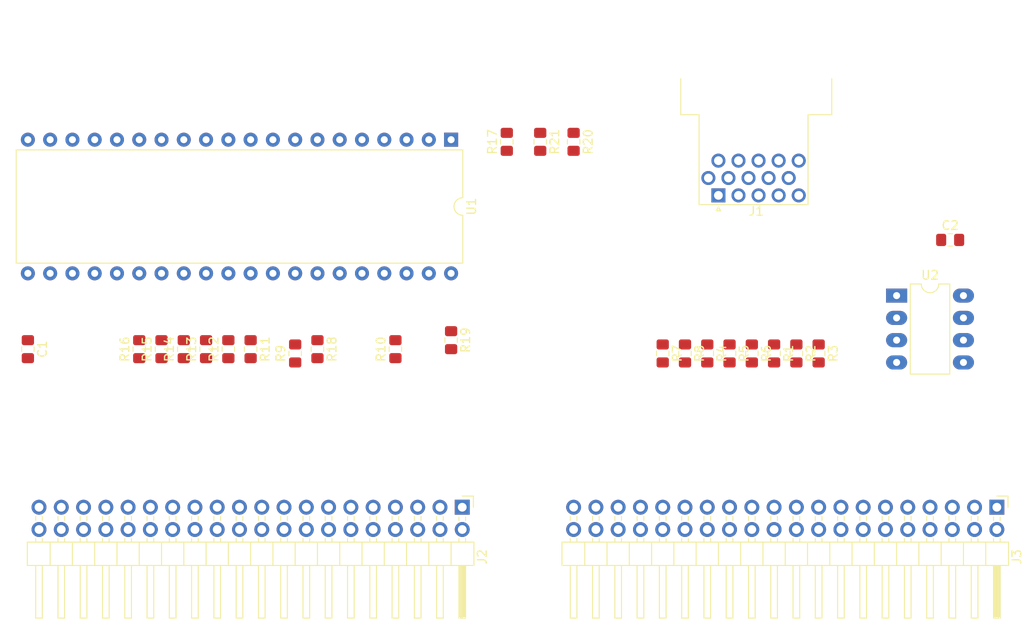
<source format=kicad_pcb>
(kicad_pcb (version 20171130) (host pcbnew 5.1.2)

  (general
    (thickness 1.6)
    (drawings 0)
    (tracks 0)
    (zones 0)
    (modules 28)
    (nets 98)
  )

  (page A4)
  (layers
    (0 F.Cu signal)
    (31 B.Cu signal)
    (32 B.Adhes user)
    (33 F.Adhes user)
    (34 B.Paste user)
    (35 F.Paste user)
    (36 B.SilkS user)
    (37 F.SilkS user)
    (38 B.Mask user)
    (39 F.Mask user)
    (40 Dwgs.User user)
    (41 Cmts.User user)
    (42 Eco1.User user)
    (43 Eco2.User user)
    (44 Edge.Cuts user)
    (45 Margin user)
    (46 B.CrtYd user)
    (47 F.CrtYd user)
    (48 B.Fab user)
    (49 F.Fab user)
  )

  (setup
    (last_trace_width 0.25)
    (trace_clearance 0.2)
    (zone_clearance 0.508)
    (zone_45_only no)
    (trace_min 0.2)
    (via_size 0.8)
    (via_drill 0.4)
    (via_min_size 0.4)
    (via_min_drill 0.3)
    (uvia_size 0.3)
    (uvia_drill 0.1)
    (uvias_allowed no)
    (uvia_min_size 0.2)
    (uvia_min_drill 0.1)
    (edge_width 0.05)
    (segment_width 0.2)
    (pcb_text_width 0.3)
    (pcb_text_size 1.5 1.5)
    (mod_edge_width 0.12)
    (mod_text_size 1 1)
    (mod_text_width 0.15)
    (pad_size 1.524 1.524)
    (pad_drill 0.762)
    (pad_to_mask_clearance 0.051)
    (solder_mask_min_width 0.25)
    (aux_axis_origin 0 0)
    (visible_elements FFFFFF7F)
    (pcbplotparams
      (layerselection 0x010fc_ffffffff)
      (usegerberextensions false)
      (usegerberattributes false)
      (usegerberadvancedattributes false)
      (creategerberjobfile false)
      (excludeedgelayer true)
      (linewidth 0.100000)
      (plotframeref false)
      (viasonmask false)
      (mode 1)
      (useauxorigin false)
      (hpglpennumber 1)
      (hpglpenspeed 20)
      (hpglpendiameter 15.000000)
      (psnegative false)
      (psa4output false)
      (plotreference true)
      (plotvalue true)
      (plotinvisibletext false)
      (padsonsilk false)
      (subtractmaskfromsilk false)
      (outputformat 1)
      (mirror false)
      (drillshape 1)
      (scaleselection 1)
      (outputdirectory ""))
  )

  (net 0 "")
  (net 1 +3V3)
  (net 2 GND)
  (net 3 "Net-(J1-Pad15)")
  (net 4 /VSYNC)
  (net 5 /HSYNC)
  (net 6 "Net-(J1-Pad12)")
  (net 7 "Net-(J1-Pad11)")
  (net 8 "Net-(J1-Pad9)")
  (net 9 "Net-(J1-Pad5)")
  (net 10 "Net-(J1-Pad4)")
  (net 11 /B)
  (net 12 /G)
  (net 13 "Net-(J1-Pad1)")
  (net 14 "Net-(J2-Pad40)")
  (net 15 "Net-(J2-Pad39)")
  (net 16 "Net-(J2-Pad38)")
  (net 17 "Net-(J2-Pad37)")
  (net 18 "Net-(J2-Pad36)")
  (net 19 "Net-(J2-Pad35)")
  (net 20 /A15)
  (net 21 "Net-(J2-Pad33)")
  (net 22 /A13)
  (net 23 /A14)
  (net 24 /A11)
  (net 25 /A12)
  (net 26 /A9)
  (net 27 /A10)
  (net 28 /A7)
  (net 29 /A8)
  (net 30 /A5)
  (net 31 /A6)
  (net 32 /R~W)
  (net 33 /CLK_CPU)
  (net 34 "Net-(J2-Pad20)")
  (net 35 /DB7)
  (net 36 "Net-(J2-Pad18)")
  (net 37 /DB6)
  (net 38 "Net-(J2-Pad16)")
  (net 39 /DB5)
  (net 40 /A4)
  (net 41 /DB4)
  (net 42 /A3)
  (net 43 /DB3)
  (net 44 /A2)
  (net 45 /DB2)
  (net 46 /A1)
  (net 47 /DB1)
  (net 48 /A0)
  (net 49 /DB0)
  (net 50 /MLB)
  (net 51 /+5V)
  (net 52 "Net-(J3-Pad40)")
  (net 53 "Net-(J3-Pad39)")
  (net 54 "Net-(J3-Pad38)")
  (net 55 "Net-(J3-Pad37)")
  (net 56 "Net-(J3-Pad36)")
  (net 57 "Net-(J3-Pad35)")
  (net 58 "Net-(J3-Pad34)")
  (net 59 "Net-(J3-Pad33)")
  (net 60 "Net-(J3-Pad32)")
  (net 61 "Net-(J3-Pad31)")
  (net 62 "Net-(J3-Pad30)")
  (net 63 "Net-(J3-Pad29)")
  (net 64 "Net-(J3-Pad28)")
  (net 65 "Net-(J3-Pad27)")
  (net 66 /B1)
  (net 67 /B0)
  (net 68 /R2)
  (net 69 /G2)
  (net 70 /R1)
  (net 71 /G1)
  (net 72 /R0)
  (net 73 /G0)
  (net 74 /SPI_MISO)
  (net 75 /SPI_MOSI)
  (net 76 /SPI_SCK)
  (net 77 /~EEPROM_CS)
  (net 78 /VPB)
  (net 79 /RDY)
  (net 80 /VDA)
  (net 81 /~ABORT)
  (net 82 /VPA)
  (net 83 /~NMI)
  (net 84 /~RESET_CPU)
  (net 85 /~IRQ)
  (net 86 /BE)
  (net 87 "Net-(R9-Pad2)")
  (net 88 "Net-(R10-Pad2)")
  (net 89 "Net-(R11-Pad2)")
  (net 90 "Net-(R12-Pad2)")
  (net 91 "Net-(R13-Pad2)")
  (net 92 "Net-(R14-Pad2)")
  (net 93 "Net-(R15-Pad2)")
  (net 94 "Net-(R16-Pad2)")
  (net 95 "Net-(R17-Pad2)")
  (net 96 "Net-(U1-Pad38)")
  (net 97 "Net-(U1-Pad35)")

  (net_class Default "Dies ist die voreingestellte Netzklasse."
    (clearance 0.2)
    (trace_width 0.25)
    (via_dia 0.8)
    (via_drill 0.4)
    (uvia_dia 0.3)
    (uvia_drill 0.1)
    (add_net +3V3)
    (add_net /+5V)
    (add_net /A0)
    (add_net /A1)
    (add_net /A10)
    (add_net /A11)
    (add_net /A12)
    (add_net /A13)
    (add_net /A14)
    (add_net /A15)
    (add_net /A2)
    (add_net /A3)
    (add_net /A4)
    (add_net /A5)
    (add_net /A6)
    (add_net /A7)
    (add_net /A8)
    (add_net /A9)
    (add_net /B)
    (add_net /B0)
    (add_net /B1)
    (add_net /BE)
    (add_net /CLK_CPU)
    (add_net /DB0)
    (add_net /DB1)
    (add_net /DB2)
    (add_net /DB3)
    (add_net /DB4)
    (add_net /DB5)
    (add_net /DB6)
    (add_net /DB7)
    (add_net /G)
    (add_net /G0)
    (add_net /G1)
    (add_net /G2)
    (add_net /HSYNC)
    (add_net /MLB)
    (add_net /R0)
    (add_net /R1)
    (add_net /R2)
    (add_net /RDY)
    (add_net /R~W)
    (add_net /SPI_MISO)
    (add_net /SPI_MOSI)
    (add_net /SPI_SCK)
    (add_net /VDA)
    (add_net /VPA)
    (add_net /VPB)
    (add_net /VSYNC)
    (add_net /~ABORT)
    (add_net /~EEPROM_CS)
    (add_net /~IRQ)
    (add_net /~NMI)
    (add_net /~RESET_CPU)
    (add_net GND)
    (add_net "Net-(J1-Pad1)")
    (add_net "Net-(J1-Pad11)")
    (add_net "Net-(J1-Pad12)")
    (add_net "Net-(J1-Pad15)")
    (add_net "Net-(J1-Pad4)")
    (add_net "Net-(J1-Pad5)")
    (add_net "Net-(J1-Pad9)")
    (add_net "Net-(J2-Pad16)")
    (add_net "Net-(J2-Pad18)")
    (add_net "Net-(J2-Pad20)")
    (add_net "Net-(J2-Pad33)")
    (add_net "Net-(J2-Pad35)")
    (add_net "Net-(J2-Pad36)")
    (add_net "Net-(J2-Pad37)")
    (add_net "Net-(J2-Pad38)")
    (add_net "Net-(J2-Pad39)")
    (add_net "Net-(J2-Pad40)")
    (add_net "Net-(J3-Pad27)")
    (add_net "Net-(J3-Pad28)")
    (add_net "Net-(J3-Pad29)")
    (add_net "Net-(J3-Pad30)")
    (add_net "Net-(J3-Pad31)")
    (add_net "Net-(J3-Pad32)")
    (add_net "Net-(J3-Pad33)")
    (add_net "Net-(J3-Pad34)")
    (add_net "Net-(J3-Pad35)")
    (add_net "Net-(J3-Pad36)")
    (add_net "Net-(J3-Pad37)")
    (add_net "Net-(J3-Pad38)")
    (add_net "Net-(J3-Pad39)")
    (add_net "Net-(J3-Pad40)")
    (add_net "Net-(R10-Pad2)")
    (add_net "Net-(R11-Pad2)")
    (add_net "Net-(R12-Pad2)")
    (add_net "Net-(R13-Pad2)")
    (add_net "Net-(R14-Pad2)")
    (add_net "Net-(R15-Pad2)")
    (add_net "Net-(R16-Pad2)")
    (add_net "Net-(R17-Pad2)")
    (add_net "Net-(R9-Pad2)")
    (add_net "Net-(U1-Pad35)")
    (add_net "Net-(U1-Pad38)")
  )

  (module Package_DIP:DIP-8_W7.62mm_LongPads (layer F.Cu) (tedit 5A02E8C5) (tstamp 5D32E3BD)
    (at 162.56 106.68)
    (descr "8-lead though-hole mounted DIP package, row spacing 7.62 mm (300 mils), LongPads")
    (tags "THT DIP DIL PDIP 2.54mm 7.62mm 300mil LongPads")
    (path /5D329CA0)
    (fp_text reference U2 (at 3.81 -2.33) (layer F.SilkS)
      (effects (font (size 1 1) (thickness 0.15)))
    )
    (fp_text value 25LCxxx (at 3.81 9.95) (layer F.Fab)
      (effects (font (size 1 1) (thickness 0.15)))
    )
    (fp_text user %R (at 3.81 3.81) (layer F.Fab)
      (effects (font (size 1 1) (thickness 0.15)))
    )
    (fp_line (start 9.1 -1.55) (end -1.45 -1.55) (layer F.CrtYd) (width 0.05))
    (fp_line (start 9.1 9.15) (end 9.1 -1.55) (layer F.CrtYd) (width 0.05))
    (fp_line (start -1.45 9.15) (end 9.1 9.15) (layer F.CrtYd) (width 0.05))
    (fp_line (start -1.45 -1.55) (end -1.45 9.15) (layer F.CrtYd) (width 0.05))
    (fp_line (start 6.06 -1.33) (end 4.81 -1.33) (layer F.SilkS) (width 0.12))
    (fp_line (start 6.06 8.95) (end 6.06 -1.33) (layer F.SilkS) (width 0.12))
    (fp_line (start 1.56 8.95) (end 6.06 8.95) (layer F.SilkS) (width 0.12))
    (fp_line (start 1.56 -1.33) (end 1.56 8.95) (layer F.SilkS) (width 0.12))
    (fp_line (start 2.81 -1.33) (end 1.56 -1.33) (layer F.SilkS) (width 0.12))
    (fp_line (start 0.635 -0.27) (end 1.635 -1.27) (layer F.Fab) (width 0.1))
    (fp_line (start 0.635 8.89) (end 0.635 -0.27) (layer F.Fab) (width 0.1))
    (fp_line (start 6.985 8.89) (end 0.635 8.89) (layer F.Fab) (width 0.1))
    (fp_line (start 6.985 -1.27) (end 6.985 8.89) (layer F.Fab) (width 0.1))
    (fp_line (start 1.635 -1.27) (end 6.985 -1.27) (layer F.Fab) (width 0.1))
    (fp_arc (start 3.81 -1.33) (end 2.81 -1.33) (angle -180) (layer F.SilkS) (width 0.12))
    (pad 8 thru_hole oval (at 7.62 0) (size 2.4 1.6) (drill 0.8) (layers *.Cu *.Mask)
      (net 1 +3V3))
    (pad 4 thru_hole oval (at 0 7.62) (size 2.4 1.6) (drill 0.8) (layers *.Cu *.Mask)
      (net 2 GND))
    (pad 7 thru_hole oval (at 7.62 2.54) (size 2.4 1.6) (drill 0.8) (layers *.Cu *.Mask)
      (net 1 +3V3))
    (pad 3 thru_hole oval (at 0 5.08) (size 2.4 1.6) (drill 0.8) (layers *.Cu *.Mask)
      (net 1 +3V3))
    (pad 6 thru_hole oval (at 7.62 5.08) (size 2.4 1.6) (drill 0.8) (layers *.Cu *.Mask)
      (net 76 /SPI_SCK))
    (pad 2 thru_hole oval (at 0 2.54) (size 2.4 1.6) (drill 0.8) (layers *.Cu *.Mask)
      (net 74 /SPI_MISO))
    (pad 5 thru_hole oval (at 7.62 7.62) (size 2.4 1.6) (drill 0.8) (layers *.Cu *.Mask)
      (net 75 /SPI_MOSI))
    (pad 1 thru_hole rect (at 0 0) (size 2.4 1.6) (drill 0.8) (layers *.Cu *.Mask)
      (net 77 /~EEPROM_CS))
    (model ${KISYS3DMOD}/Package_DIP.3dshapes/DIP-8_W7.62mm.wrl
      (at (xyz 0 0 0))
      (scale (xyz 1 1 1))
      (rotate (xyz 0 0 0))
    )
  )

  (module Package_DIP:DIP-40_W15.24mm (layer F.Cu) (tedit 5A02E8C5) (tstamp 5D3292E0)
    (at 111.76 88.9 270)
    (descr "40-lead though-hole mounted DIP package, row spacing 15.24 mm (600 mils)")
    (tags "THT DIP DIL PDIP 2.54mm 15.24mm 600mil")
    (path /5D2090DE)
    (fp_text reference U1 (at 7.62 -2.33 90) (layer F.SilkS)
      (effects (font (size 1 1) (thickness 0.15)))
    )
    (fp_text value W65C816S6PG-14 (at 7.62 50.59 90) (layer F.Fab)
      (effects (font (size 1 1) (thickness 0.15)))
    )
    (fp_text user %R (at 7.62 24.13 90) (layer F.Fab)
      (effects (font (size 1 1) (thickness 0.15)))
    )
    (fp_line (start 16.3 -1.55) (end -1.05 -1.55) (layer F.CrtYd) (width 0.05))
    (fp_line (start 16.3 49.8) (end 16.3 -1.55) (layer F.CrtYd) (width 0.05))
    (fp_line (start -1.05 49.8) (end 16.3 49.8) (layer F.CrtYd) (width 0.05))
    (fp_line (start -1.05 -1.55) (end -1.05 49.8) (layer F.CrtYd) (width 0.05))
    (fp_line (start 14.08 -1.33) (end 8.62 -1.33) (layer F.SilkS) (width 0.12))
    (fp_line (start 14.08 49.59) (end 14.08 -1.33) (layer F.SilkS) (width 0.12))
    (fp_line (start 1.16 49.59) (end 14.08 49.59) (layer F.SilkS) (width 0.12))
    (fp_line (start 1.16 -1.33) (end 1.16 49.59) (layer F.SilkS) (width 0.12))
    (fp_line (start 6.62 -1.33) (end 1.16 -1.33) (layer F.SilkS) (width 0.12))
    (fp_line (start 0.255 -0.27) (end 1.255 -1.27) (layer F.Fab) (width 0.1))
    (fp_line (start 0.255 49.53) (end 0.255 -0.27) (layer F.Fab) (width 0.1))
    (fp_line (start 14.985 49.53) (end 0.255 49.53) (layer F.Fab) (width 0.1))
    (fp_line (start 14.985 -1.27) (end 14.985 49.53) (layer F.Fab) (width 0.1))
    (fp_line (start 1.255 -1.27) (end 14.985 -1.27) (layer F.Fab) (width 0.1))
    (fp_arc (start 7.62 -1.33) (end 6.62 -1.33) (angle -180) (layer F.SilkS) (width 0.12))
    (pad 40 thru_hole oval (at 15.24 0 270) (size 1.6 1.6) (drill 0.8) (layers *.Cu *.Mask)
      (net 84 /~RESET_CPU))
    (pad 20 thru_hole oval (at 0 48.26 270) (size 1.6 1.6) (drill 0.8) (layers *.Cu *.Mask)
      (net 24 /A11))
    (pad 39 thru_hole oval (at 15.24 2.54 270) (size 1.6 1.6) (drill 0.8) (layers *.Cu *.Mask)
      (net 80 /VDA))
    (pad 19 thru_hole oval (at 0 45.72 270) (size 1.6 1.6) (drill 0.8) (layers *.Cu *.Mask)
      (net 27 /A10))
    (pad 38 thru_hole oval (at 15.24 5.08 270) (size 1.6 1.6) (drill 0.8) (layers *.Cu *.Mask)
      (net 96 "Net-(U1-Pad38)"))
    (pad 18 thru_hole oval (at 0 43.18 270) (size 1.6 1.6) (drill 0.8) (layers *.Cu *.Mask)
      (net 26 /A9))
    (pad 37 thru_hole oval (at 15.24 7.62 270) (size 1.6 1.6) (drill 0.8) (layers *.Cu *.Mask)
      (net 33 /CLK_CPU))
    (pad 17 thru_hole oval (at 0 40.64 270) (size 1.6 1.6) (drill 0.8) (layers *.Cu *.Mask)
      (net 29 /A8))
    (pad 36 thru_hole oval (at 15.24 10.16 270) (size 1.6 1.6) (drill 0.8) (layers *.Cu *.Mask)
      (net 86 /BE))
    (pad 16 thru_hole oval (at 0 38.1 270) (size 1.6 1.6) (drill 0.8) (layers *.Cu *.Mask)
      (net 28 /A7))
    (pad 35 thru_hole oval (at 15.24 12.7 270) (size 1.6 1.6) (drill 0.8) (layers *.Cu *.Mask)
      (net 97 "Net-(U1-Pad35)"))
    (pad 15 thru_hole oval (at 0 35.56 270) (size 1.6 1.6) (drill 0.8) (layers *.Cu *.Mask)
      (net 31 /A6))
    (pad 34 thru_hole oval (at 15.24 15.24 270) (size 1.6 1.6) (drill 0.8) (layers *.Cu *.Mask)
      (net 32 /R~W))
    (pad 14 thru_hole oval (at 0 33.02 270) (size 1.6 1.6) (drill 0.8) (layers *.Cu *.Mask)
      (net 30 /A5))
    (pad 33 thru_hole oval (at 15.24 17.78 270) (size 1.6 1.6) (drill 0.8) (layers *.Cu *.Mask)
      (net 87 "Net-(R9-Pad2)"))
    (pad 13 thru_hole oval (at 0 30.48 270) (size 1.6 1.6) (drill 0.8) (layers *.Cu *.Mask)
      (net 40 /A4))
    (pad 32 thru_hole oval (at 15.24 20.32 270) (size 1.6 1.6) (drill 0.8) (layers *.Cu *.Mask)
      (net 88 "Net-(R10-Pad2)"))
    (pad 12 thru_hole oval (at 0 27.94 270) (size 1.6 1.6) (drill 0.8) (layers *.Cu *.Mask)
      (net 42 /A3))
    (pad 31 thru_hole oval (at 15.24 22.86 270) (size 1.6 1.6) (drill 0.8) (layers *.Cu *.Mask)
      (net 89 "Net-(R11-Pad2)"))
    (pad 11 thru_hole oval (at 0 25.4 270) (size 1.6 1.6) (drill 0.8) (layers *.Cu *.Mask)
      (net 44 /A2))
    (pad 30 thru_hole oval (at 15.24 25.4 270) (size 1.6 1.6) (drill 0.8) (layers *.Cu *.Mask)
      (net 90 "Net-(R12-Pad2)"))
    (pad 10 thru_hole oval (at 0 22.86 270) (size 1.6 1.6) (drill 0.8) (layers *.Cu *.Mask)
      (net 46 /A1))
    (pad 29 thru_hole oval (at 15.24 27.94 270) (size 1.6 1.6) (drill 0.8) (layers *.Cu *.Mask)
      (net 91 "Net-(R13-Pad2)"))
    (pad 9 thru_hole oval (at 0 20.32 270) (size 1.6 1.6) (drill 0.8) (layers *.Cu *.Mask)
      (net 48 /A0))
    (pad 28 thru_hole oval (at 15.24 30.48 270) (size 1.6 1.6) (drill 0.8) (layers *.Cu *.Mask)
      (net 92 "Net-(R14-Pad2)"))
    (pad 8 thru_hole oval (at 0 17.78 270) (size 1.6 1.6) (drill 0.8) (layers *.Cu *.Mask)
      (net 1 +3V3))
    (pad 27 thru_hole oval (at 15.24 33.02 270) (size 1.6 1.6) (drill 0.8) (layers *.Cu *.Mask)
      (net 93 "Net-(R15-Pad2)"))
    (pad 7 thru_hole oval (at 0 15.24 270) (size 1.6 1.6) (drill 0.8) (layers *.Cu *.Mask)
      (net 82 /VPA))
    (pad 26 thru_hole oval (at 15.24 35.56 270) (size 1.6 1.6) (drill 0.8) (layers *.Cu *.Mask)
      (net 94 "Net-(R16-Pad2)"))
    (pad 6 thru_hole oval (at 0 12.7 270) (size 1.6 1.6) (drill 0.8) (layers *.Cu *.Mask)
      (net 83 /~NMI))
    (pad 25 thru_hole oval (at 15.24 38.1 270) (size 1.6 1.6) (drill 0.8) (layers *.Cu *.Mask)
      (net 20 /A15))
    (pad 5 thru_hole oval (at 0 10.16 270) (size 1.6 1.6) (drill 0.8) (layers *.Cu *.Mask)
      (net 50 /MLB))
    (pad 24 thru_hole oval (at 15.24 40.64 270) (size 1.6 1.6) (drill 0.8) (layers *.Cu *.Mask)
      (net 23 /A14))
    (pad 4 thru_hole oval (at 0 7.62 270) (size 1.6 1.6) (drill 0.8) (layers *.Cu *.Mask)
      (net 85 /~IRQ))
    (pad 23 thru_hole oval (at 15.24 43.18 270) (size 1.6 1.6) (drill 0.8) (layers *.Cu *.Mask)
      (net 22 /A13))
    (pad 3 thru_hole oval (at 0 5.08 270) (size 1.6 1.6) (drill 0.8) (layers *.Cu *.Mask)
      (net 81 /~ABORT))
    (pad 22 thru_hole oval (at 15.24 45.72 270) (size 1.6 1.6) (drill 0.8) (layers *.Cu *.Mask)
      (net 25 /A12))
    (pad 2 thru_hole oval (at 0 2.54 270) (size 1.6 1.6) (drill 0.8) (layers *.Cu *.Mask)
      (net 95 "Net-(R17-Pad2)"))
    (pad 21 thru_hole oval (at 15.24 48.26 270) (size 1.6 1.6) (drill 0.8) (layers *.Cu *.Mask)
      (net 2 GND))
    (pad 1 thru_hole rect (at 0 0 270) (size 1.6 1.6) (drill 0.8) (layers *.Cu *.Mask)
      (net 78 /VPB))
    (model ${KISYS3DMOD}/Package_DIP.3dshapes/DIP-40_W15.24mm.wrl
      (at (xyz 0 0 0))
      (scale (xyz 1 1 1))
      (rotate (xyz 0 0 0))
    )
  )

  (module Resistor_SMD:R_0805_2012Metric_Pad1.15x1.40mm_HandSolder (layer F.Cu) (tedit 5B36C52B) (tstamp 5D32CFD9)
    (at 121.92 89.145 270)
    (descr "Resistor SMD 0805 (2012 Metric), square (rectangular) end terminal, IPC_7351 nominal with elongated pad for handsoldering. (Body size source: https://docs.google.com/spreadsheets/d/1BsfQQcO9C6DZCsRaXUlFlo91Tg2WpOkGARC1WS5S8t0/edit?usp=sharing), generated with kicad-footprint-generator")
    (tags "resistor handsolder")
    (path /5D337E7D)
    (attr smd)
    (fp_text reference R21 (at 0 -1.65 90) (layer F.SilkS)
      (effects (font (size 1 1) (thickness 0.15)))
    )
    (fp_text value R_Small (at 0 1.65 90) (layer F.Fab)
      (effects (font (size 1 1) (thickness 0.15)))
    )
    (fp_text user %R (at 0 0 90) (layer F.Fab)
      (effects (font (size 0.5 0.5) (thickness 0.08)))
    )
    (fp_line (start 1.85 0.95) (end -1.85 0.95) (layer F.CrtYd) (width 0.05))
    (fp_line (start 1.85 -0.95) (end 1.85 0.95) (layer F.CrtYd) (width 0.05))
    (fp_line (start -1.85 -0.95) (end 1.85 -0.95) (layer F.CrtYd) (width 0.05))
    (fp_line (start -1.85 0.95) (end -1.85 -0.95) (layer F.CrtYd) (width 0.05))
    (fp_line (start -0.261252 0.71) (end 0.261252 0.71) (layer F.SilkS) (width 0.12))
    (fp_line (start -0.261252 -0.71) (end 0.261252 -0.71) (layer F.SilkS) (width 0.12))
    (fp_line (start 1 0.6) (end -1 0.6) (layer F.Fab) (width 0.1))
    (fp_line (start 1 -0.6) (end 1 0.6) (layer F.Fab) (width 0.1))
    (fp_line (start -1 -0.6) (end 1 -0.6) (layer F.Fab) (width 0.1))
    (fp_line (start -1 0.6) (end -1 -0.6) (layer F.Fab) (width 0.1))
    (pad 2 smd roundrect (at 1.025 0 270) (size 1.15 1.4) (layers F.Cu F.Paste F.Mask) (roundrect_rratio 0.217391)
      (net 1 +3V3))
    (pad 1 smd roundrect (at -1.025 0 270) (size 1.15 1.4) (layers F.Cu F.Paste F.Mask) (roundrect_rratio 0.217391)
      (net 85 /~IRQ))
    (model ${KISYS3DMOD}/Resistor_SMD.3dshapes/R_0805_2012Metric.wrl
      (at (xyz 0 0 0))
      (scale (xyz 1 1 1))
      (rotate (xyz 0 0 0))
    )
  )

  (module Resistor_SMD:R_0805_2012Metric_Pad1.15x1.40mm_HandSolder (layer F.Cu) (tedit 5B36C52B) (tstamp 5D32CE3E)
    (at 125.73 89.145 270)
    (descr "Resistor SMD 0805 (2012 Metric), square (rectangular) end terminal, IPC_7351 nominal with elongated pad for handsoldering. (Body size source: https://docs.google.com/spreadsheets/d/1BsfQQcO9C6DZCsRaXUlFlo91Tg2WpOkGARC1WS5S8t0/edit?usp=sharing), generated with kicad-footprint-generator")
    (tags "resistor handsolder")
    (path /5D337B22)
    (attr smd)
    (fp_text reference R20 (at 0 -1.65 90) (layer F.SilkS)
      (effects (font (size 1 1) (thickness 0.15)))
    )
    (fp_text value R_Small (at 0 1.65 90) (layer F.Fab)
      (effects (font (size 1 1) (thickness 0.15)))
    )
    (fp_text user %R (at 0 0 90) (layer F.Fab)
      (effects (font (size 0.5 0.5) (thickness 0.08)))
    )
    (fp_line (start 1.85 0.95) (end -1.85 0.95) (layer F.CrtYd) (width 0.05))
    (fp_line (start 1.85 -0.95) (end 1.85 0.95) (layer F.CrtYd) (width 0.05))
    (fp_line (start -1.85 -0.95) (end 1.85 -0.95) (layer F.CrtYd) (width 0.05))
    (fp_line (start -1.85 0.95) (end -1.85 -0.95) (layer F.CrtYd) (width 0.05))
    (fp_line (start -0.261252 0.71) (end 0.261252 0.71) (layer F.SilkS) (width 0.12))
    (fp_line (start -0.261252 -0.71) (end 0.261252 -0.71) (layer F.SilkS) (width 0.12))
    (fp_line (start 1 0.6) (end -1 0.6) (layer F.Fab) (width 0.1))
    (fp_line (start 1 -0.6) (end 1 0.6) (layer F.Fab) (width 0.1))
    (fp_line (start -1 -0.6) (end 1 -0.6) (layer F.Fab) (width 0.1))
    (fp_line (start -1 0.6) (end -1 -0.6) (layer F.Fab) (width 0.1))
    (pad 2 smd roundrect (at 1.025 0 270) (size 1.15 1.4) (layers F.Cu F.Paste F.Mask) (roundrect_rratio 0.217391)
      (net 1 +3V3))
    (pad 1 smd roundrect (at -1.025 0 270) (size 1.15 1.4) (layers F.Cu F.Paste F.Mask) (roundrect_rratio 0.217391)
      (net 83 /~NMI))
    (model ${KISYS3DMOD}/Resistor_SMD.3dshapes/R_0805_2012Metric.wrl
      (at (xyz 0 0 0))
      (scale (xyz 1 1 1))
      (rotate (xyz 0 0 0))
    )
  )

  (module Resistor_SMD:R_0805_2012Metric_Pad1.15x1.40mm_HandSolder (layer F.Cu) (tedit 5B36C52B) (tstamp 5D329282)
    (at 111.76 111.76 270)
    (descr "Resistor SMD 0805 (2012 Metric), square (rectangular) end terminal, IPC_7351 nominal with elongated pad for handsoldering. (Body size source: https://docs.google.com/spreadsheets/d/1BsfQQcO9C6DZCsRaXUlFlo91Tg2WpOkGARC1WS5S8t0/edit?usp=sharing), generated with kicad-footprint-generator")
    (tags "resistor handsolder")
    (path /5D3379EC)
    (attr smd)
    (fp_text reference R19 (at 0 -1.65 90) (layer F.SilkS)
      (effects (font (size 1 1) (thickness 0.15)))
    )
    (fp_text value R_Small (at 0 1.65 90) (layer F.Fab)
      (effects (font (size 1 1) (thickness 0.15)))
    )
    (fp_text user %R (at 0 0 90) (layer F.Fab)
      (effects (font (size 0.5 0.5) (thickness 0.08)))
    )
    (fp_line (start 1.85 0.95) (end -1.85 0.95) (layer F.CrtYd) (width 0.05))
    (fp_line (start 1.85 -0.95) (end 1.85 0.95) (layer F.CrtYd) (width 0.05))
    (fp_line (start -1.85 -0.95) (end 1.85 -0.95) (layer F.CrtYd) (width 0.05))
    (fp_line (start -1.85 0.95) (end -1.85 -0.95) (layer F.CrtYd) (width 0.05))
    (fp_line (start -0.261252 0.71) (end 0.261252 0.71) (layer F.SilkS) (width 0.12))
    (fp_line (start -0.261252 -0.71) (end 0.261252 -0.71) (layer F.SilkS) (width 0.12))
    (fp_line (start 1 0.6) (end -1 0.6) (layer F.Fab) (width 0.1))
    (fp_line (start 1 -0.6) (end 1 0.6) (layer F.Fab) (width 0.1))
    (fp_line (start -1 -0.6) (end 1 -0.6) (layer F.Fab) (width 0.1))
    (fp_line (start -1 0.6) (end -1 -0.6) (layer F.Fab) (width 0.1))
    (pad 2 smd roundrect (at 1.025 0 270) (size 1.15 1.4) (layers F.Cu F.Paste F.Mask) (roundrect_rratio 0.217391)
      (net 1 +3V3))
    (pad 1 smd roundrect (at -1.025 0 270) (size 1.15 1.4) (layers F.Cu F.Paste F.Mask) (roundrect_rratio 0.217391)
      (net 84 /~RESET_CPU))
    (model ${KISYS3DMOD}/Resistor_SMD.3dshapes/R_0805_2012Metric.wrl
      (at (xyz 0 0 0))
      (scale (xyz 1 1 1))
      (rotate (xyz 0 0 0))
    )
  )

  (module Resistor_SMD:R_0805_2012Metric_Pad1.15x1.40mm_HandSolder (layer F.Cu) (tedit 5B36C52B) (tstamp 5D32D87C)
    (at 96.52 112.785 270)
    (descr "Resistor SMD 0805 (2012 Metric), square (rectangular) end terminal, IPC_7351 nominal with elongated pad for handsoldering. (Body size source: https://docs.google.com/spreadsheets/d/1BsfQQcO9C6DZCsRaXUlFlo91Tg2WpOkGARC1WS5S8t0/edit?usp=sharing), generated with kicad-footprint-generator")
    (tags "resistor handsolder")
    (path /5D33670C)
    (attr smd)
    (fp_text reference R18 (at 0 -1.65 90) (layer F.SilkS)
      (effects (font (size 1 1) (thickness 0.15)))
    )
    (fp_text value R_Small (at 0 1.65 90) (layer F.Fab)
      (effects (font (size 1 1) (thickness 0.15)))
    )
    (fp_text user %R (at 0 0 90) (layer F.Fab)
      (effects (font (size 0.5 0.5) (thickness 0.08)))
    )
    (fp_line (start 1.85 0.95) (end -1.85 0.95) (layer F.CrtYd) (width 0.05))
    (fp_line (start 1.85 -0.95) (end 1.85 0.95) (layer F.CrtYd) (width 0.05))
    (fp_line (start -1.85 -0.95) (end 1.85 -0.95) (layer F.CrtYd) (width 0.05))
    (fp_line (start -1.85 0.95) (end -1.85 -0.95) (layer F.CrtYd) (width 0.05))
    (fp_line (start -0.261252 0.71) (end 0.261252 0.71) (layer F.SilkS) (width 0.12))
    (fp_line (start -0.261252 -0.71) (end 0.261252 -0.71) (layer F.SilkS) (width 0.12))
    (fp_line (start 1 0.6) (end -1 0.6) (layer F.Fab) (width 0.1))
    (fp_line (start 1 -0.6) (end 1 0.6) (layer F.Fab) (width 0.1))
    (fp_line (start -1 -0.6) (end 1 -0.6) (layer F.Fab) (width 0.1))
    (fp_line (start -1 0.6) (end -1 -0.6) (layer F.Fab) (width 0.1))
    (pad 2 smd roundrect (at 1.025 0 270) (size 1.15 1.4) (layers F.Cu F.Paste F.Mask) (roundrect_rratio 0.217391)
      (net 1 +3V3))
    (pad 1 smd roundrect (at -1.025 0 270) (size 1.15 1.4) (layers F.Cu F.Paste F.Mask) (roundrect_rratio 0.217391)
      (net 32 /R~W))
    (model ${KISYS3DMOD}/Resistor_SMD.3dshapes/R_0805_2012Metric.wrl
      (at (xyz 0 0 0))
      (scale (xyz 1 1 1))
      (rotate (xyz 0 0 0))
    )
  )

  (module Resistor_SMD:R_0805_2012Metric_Pad1.15x1.40mm_HandSolder (layer F.Cu) (tedit 5B36C52B) (tstamp 5D32CD1E)
    (at 118.11 89.145 90)
    (descr "Resistor SMD 0805 (2012 Metric), square (rectangular) end terminal, IPC_7351 nominal with elongated pad for handsoldering. (Body size source: https://docs.google.com/spreadsheets/d/1BsfQQcO9C6DZCsRaXUlFlo91Tg2WpOkGARC1WS5S8t0/edit?usp=sharing), generated with kicad-footprint-generator")
    (tags "resistor handsolder")
    (path /5D2CC268)
    (attr smd)
    (fp_text reference R17 (at 0 -1.65 90) (layer F.SilkS)
      (effects (font (size 1 1) (thickness 0.15)))
    )
    (fp_text value R_Small (at 0 1.65 90) (layer F.Fab)
      (effects (font (size 1 1) (thickness 0.15)))
    )
    (fp_text user %R (at 0 0 90) (layer F.Fab)
      (effects (font (size 0.5 0.5) (thickness 0.08)))
    )
    (fp_line (start 1.85 0.95) (end -1.85 0.95) (layer F.CrtYd) (width 0.05))
    (fp_line (start 1.85 -0.95) (end 1.85 0.95) (layer F.CrtYd) (width 0.05))
    (fp_line (start -1.85 -0.95) (end 1.85 -0.95) (layer F.CrtYd) (width 0.05))
    (fp_line (start -1.85 0.95) (end -1.85 -0.95) (layer F.CrtYd) (width 0.05))
    (fp_line (start -0.261252 0.71) (end 0.261252 0.71) (layer F.SilkS) (width 0.12))
    (fp_line (start -0.261252 -0.71) (end 0.261252 -0.71) (layer F.SilkS) (width 0.12))
    (fp_line (start 1 0.6) (end -1 0.6) (layer F.Fab) (width 0.1))
    (fp_line (start 1 -0.6) (end 1 0.6) (layer F.Fab) (width 0.1))
    (fp_line (start -1 -0.6) (end 1 -0.6) (layer F.Fab) (width 0.1))
    (fp_line (start -1 0.6) (end -1 -0.6) (layer F.Fab) (width 0.1))
    (pad 2 smd roundrect (at 1.025 0 90) (size 1.15 1.4) (layers F.Cu F.Paste F.Mask) (roundrect_rratio 0.217391)
      (net 95 "Net-(R17-Pad2)"))
    (pad 1 smd roundrect (at -1.025 0 90) (size 1.15 1.4) (layers F.Cu F.Paste F.Mask) (roundrect_rratio 0.217391)
      (net 79 /RDY))
    (model ${KISYS3DMOD}/Resistor_SMD.3dshapes/R_0805_2012Metric.wrl
      (at (xyz 0 0 0))
      (scale (xyz 1 1 1))
      (rotate (xyz 0 0 0))
    )
  )

  (module Resistor_SMD:R_0805_2012Metric_Pad1.15x1.40mm_HandSolder (layer F.Cu) (tedit 5B36C52B) (tstamp 5D32CF27)
    (at 76.2 112.785 90)
    (descr "Resistor SMD 0805 (2012 Metric), square (rectangular) end terminal, IPC_7351 nominal with elongated pad for handsoldering. (Body size source: https://docs.google.com/spreadsheets/d/1BsfQQcO9C6DZCsRaXUlFlo91Tg2WpOkGARC1WS5S8t0/edit?usp=sharing), generated with kicad-footprint-generator")
    (tags "resistor handsolder")
    (path /5D323A52)
    (attr smd)
    (fp_text reference R16 (at 0 -1.65 90) (layer F.SilkS)
      (effects (font (size 1 1) (thickness 0.15)))
    )
    (fp_text value R_Small (at 0 1.65 90) (layer F.Fab)
      (effects (font (size 1 1) (thickness 0.15)))
    )
    (fp_text user %R (at 0 0 90) (layer F.Fab)
      (effects (font (size 0.5 0.5) (thickness 0.08)))
    )
    (fp_line (start 1.85 0.95) (end -1.85 0.95) (layer F.CrtYd) (width 0.05))
    (fp_line (start 1.85 -0.95) (end 1.85 0.95) (layer F.CrtYd) (width 0.05))
    (fp_line (start -1.85 -0.95) (end 1.85 -0.95) (layer F.CrtYd) (width 0.05))
    (fp_line (start -1.85 0.95) (end -1.85 -0.95) (layer F.CrtYd) (width 0.05))
    (fp_line (start -0.261252 0.71) (end 0.261252 0.71) (layer F.SilkS) (width 0.12))
    (fp_line (start -0.261252 -0.71) (end 0.261252 -0.71) (layer F.SilkS) (width 0.12))
    (fp_line (start 1 0.6) (end -1 0.6) (layer F.Fab) (width 0.1))
    (fp_line (start 1 -0.6) (end 1 0.6) (layer F.Fab) (width 0.1))
    (fp_line (start -1 -0.6) (end 1 -0.6) (layer F.Fab) (width 0.1))
    (fp_line (start -1 0.6) (end -1 -0.6) (layer F.Fab) (width 0.1))
    (pad 2 smd roundrect (at 1.025 0 90) (size 1.15 1.4) (layers F.Cu F.Paste F.Mask) (roundrect_rratio 0.217391)
      (net 94 "Net-(R16-Pad2)"))
    (pad 1 smd roundrect (at -1.025 0 90) (size 1.15 1.4) (layers F.Cu F.Paste F.Mask) (roundrect_rratio 0.217391)
      (net 35 /DB7))
    (model ${KISYS3DMOD}/Resistor_SMD.3dshapes/R_0805_2012Metric.wrl
      (at (xyz 0 0 0))
      (scale (xyz 1 1 1))
      (rotate (xyz 0 0 0))
    )
  )

  (module Resistor_SMD:R_0805_2012Metric_Pad1.15x1.40mm_HandSolder (layer F.Cu) (tedit 5B36C52B) (tstamp 5D32CCBE)
    (at 78.74 112.785 90)
    (descr "Resistor SMD 0805 (2012 Metric), square (rectangular) end terminal, IPC_7351 nominal with elongated pad for handsoldering. (Body size source: https://docs.google.com/spreadsheets/d/1BsfQQcO9C6DZCsRaXUlFlo91Tg2WpOkGARC1WS5S8t0/edit?usp=sharing), generated with kicad-footprint-generator")
    (tags "resistor handsolder")
    (path /5D32384C)
    (attr smd)
    (fp_text reference R15 (at 0 -1.65 90) (layer F.SilkS)
      (effects (font (size 1 1) (thickness 0.15)))
    )
    (fp_text value R_Small (at 0 1.65 90) (layer F.Fab)
      (effects (font (size 1 1) (thickness 0.15)))
    )
    (fp_text user %R (at 0 0 90) (layer F.Fab)
      (effects (font (size 0.5 0.5) (thickness 0.08)))
    )
    (fp_line (start 1.85 0.95) (end -1.85 0.95) (layer F.CrtYd) (width 0.05))
    (fp_line (start 1.85 -0.95) (end 1.85 0.95) (layer F.CrtYd) (width 0.05))
    (fp_line (start -1.85 -0.95) (end 1.85 -0.95) (layer F.CrtYd) (width 0.05))
    (fp_line (start -1.85 0.95) (end -1.85 -0.95) (layer F.CrtYd) (width 0.05))
    (fp_line (start -0.261252 0.71) (end 0.261252 0.71) (layer F.SilkS) (width 0.12))
    (fp_line (start -0.261252 -0.71) (end 0.261252 -0.71) (layer F.SilkS) (width 0.12))
    (fp_line (start 1 0.6) (end -1 0.6) (layer F.Fab) (width 0.1))
    (fp_line (start 1 -0.6) (end 1 0.6) (layer F.Fab) (width 0.1))
    (fp_line (start -1 -0.6) (end 1 -0.6) (layer F.Fab) (width 0.1))
    (fp_line (start -1 0.6) (end -1 -0.6) (layer F.Fab) (width 0.1))
    (pad 2 smd roundrect (at 1.025 0 90) (size 1.15 1.4) (layers F.Cu F.Paste F.Mask) (roundrect_rratio 0.217391)
      (net 93 "Net-(R15-Pad2)"))
    (pad 1 smd roundrect (at -1.025 0 90) (size 1.15 1.4) (layers F.Cu F.Paste F.Mask) (roundrect_rratio 0.217391)
      (net 37 /DB6))
    (model ${KISYS3DMOD}/Resistor_SMD.3dshapes/R_0805_2012Metric.wrl
      (at (xyz 0 0 0))
      (scale (xyz 1 1 1))
      (rotate (xyz 0 0 0))
    )
  )

  (module Resistor_SMD:R_0805_2012Metric_Pad1.15x1.40mm_HandSolder (layer F.Cu) (tedit 5B36C52B) (tstamp 5D32CD7E)
    (at 81.28 112.785 90)
    (descr "Resistor SMD 0805 (2012 Metric), square (rectangular) end terminal, IPC_7351 nominal with elongated pad for handsoldering. (Body size source: https://docs.google.com/spreadsheets/d/1BsfQQcO9C6DZCsRaXUlFlo91Tg2WpOkGARC1WS5S8t0/edit?usp=sharing), generated with kicad-footprint-generator")
    (tags "resistor handsolder")
    (path /5D323640)
    (attr smd)
    (fp_text reference R14 (at 0 -1.65 90) (layer F.SilkS)
      (effects (font (size 1 1) (thickness 0.15)))
    )
    (fp_text value R_Small (at 0 1.65 90) (layer F.Fab)
      (effects (font (size 1 1) (thickness 0.15)))
    )
    (fp_text user %R (at 0 0 90) (layer F.Fab)
      (effects (font (size 0.5 0.5) (thickness 0.08)))
    )
    (fp_line (start 1.85 0.95) (end -1.85 0.95) (layer F.CrtYd) (width 0.05))
    (fp_line (start 1.85 -0.95) (end 1.85 0.95) (layer F.CrtYd) (width 0.05))
    (fp_line (start -1.85 -0.95) (end 1.85 -0.95) (layer F.CrtYd) (width 0.05))
    (fp_line (start -1.85 0.95) (end -1.85 -0.95) (layer F.CrtYd) (width 0.05))
    (fp_line (start -0.261252 0.71) (end 0.261252 0.71) (layer F.SilkS) (width 0.12))
    (fp_line (start -0.261252 -0.71) (end 0.261252 -0.71) (layer F.SilkS) (width 0.12))
    (fp_line (start 1 0.6) (end -1 0.6) (layer F.Fab) (width 0.1))
    (fp_line (start 1 -0.6) (end 1 0.6) (layer F.Fab) (width 0.1))
    (fp_line (start -1 -0.6) (end 1 -0.6) (layer F.Fab) (width 0.1))
    (fp_line (start -1 0.6) (end -1 -0.6) (layer F.Fab) (width 0.1))
    (pad 2 smd roundrect (at 1.025 0 90) (size 1.15 1.4) (layers F.Cu F.Paste F.Mask) (roundrect_rratio 0.217391)
      (net 92 "Net-(R14-Pad2)"))
    (pad 1 smd roundrect (at -1.025 0 90) (size 1.15 1.4) (layers F.Cu F.Paste F.Mask) (roundrect_rratio 0.217391)
      (net 39 /DB5))
    (model ${KISYS3DMOD}/Resistor_SMD.3dshapes/R_0805_2012Metric.wrl
      (at (xyz 0 0 0))
      (scale (xyz 1 1 1))
      (rotate (xyz 0 0 0))
    )
  )

  (module Resistor_SMD:R_0805_2012Metric_Pad1.15x1.40mm_HandSolder (layer F.Cu) (tedit 5B36C52B) (tstamp 5D32CCEE)
    (at 83.82 112.785 90)
    (descr "Resistor SMD 0805 (2012 Metric), square (rectangular) end terminal, IPC_7351 nominal with elongated pad for handsoldering. (Body size source: https://docs.google.com/spreadsheets/d/1BsfQQcO9C6DZCsRaXUlFlo91Tg2WpOkGARC1WS5S8t0/edit?usp=sharing), generated with kicad-footprint-generator")
    (tags "resistor handsolder")
    (path /5D323454)
    (attr smd)
    (fp_text reference R13 (at 0 -1.65 90) (layer F.SilkS)
      (effects (font (size 1 1) (thickness 0.15)))
    )
    (fp_text value R_Small (at 0 1.65 90) (layer F.Fab)
      (effects (font (size 1 1) (thickness 0.15)))
    )
    (fp_text user %R (at 0 0 90) (layer F.Fab)
      (effects (font (size 0.5 0.5) (thickness 0.08)))
    )
    (fp_line (start 1.85 0.95) (end -1.85 0.95) (layer F.CrtYd) (width 0.05))
    (fp_line (start 1.85 -0.95) (end 1.85 0.95) (layer F.CrtYd) (width 0.05))
    (fp_line (start -1.85 -0.95) (end 1.85 -0.95) (layer F.CrtYd) (width 0.05))
    (fp_line (start -1.85 0.95) (end -1.85 -0.95) (layer F.CrtYd) (width 0.05))
    (fp_line (start -0.261252 0.71) (end 0.261252 0.71) (layer F.SilkS) (width 0.12))
    (fp_line (start -0.261252 -0.71) (end 0.261252 -0.71) (layer F.SilkS) (width 0.12))
    (fp_line (start 1 0.6) (end -1 0.6) (layer F.Fab) (width 0.1))
    (fp_line (start 1 -0.6) (end 1 0.6) (layer F.Fab) (width 0.1))
    (fp_line (start -1 -0.6) (end 1 -0.6) (layer F.Fab) (width 0.1))
    (fp_line (start -1 0.6) (end -1 -0.6) (layer F.Fab) (width 0.1))
    (pad 2 smd roundrect (at 1.025 0 90) (size 1.15 1.4) (layers F.Cu F.Paste F.Mask) (roundrect_rratio 0.217391)
      (net 91 "Net-(R13-Pad2)"))
    (pad 1 smd roundrect (at -1.025 0 90) (size 1.15 1.4) (layers F.Cu F.Paste F.Mask) (roundrect_rratio 0.217391)
      (net 41 /DB4))
    (model ${KISYS3DMOD}/Resistor_SMD.3dshapes/R_0805_2012Metric.wrl
      (at (xyz 0 0 0))
      (scale (xyz 1 1 1))
      (rotate (xyz 0 0 0))
    )
  )

  (module Resistor_SMD:R_0805_2012Metric_Pad1.15x1.40mm_HandSolder (layer F.Cu) (tedit 5B36C52B) (tstamp 5D32CDDE)
    (at 86.36 112.785 90)
    (descr "Resistor SMD 0805 (2012 Metric), square (rectangular) end terminal, IPC_7351 nominal with elongated pad for handsoldering. (Body size source: https://docs.google.com/spreadsheets/d/1BsfQQcO9C6DZCsRaXUlFlo91Tg2WpOkGARC1WS5S8t0/edit?usp=sharing), generated with kicad-footprint-generator")
    (tags "resistor handsolder")
    (path /5D323288)
    (attr smd)
    (fp_text reference R12 (at 0 -1.65 90) (layer F.SilkS)
      (effects (font (size 1 1) (thickness 0.15)))
    )
    (fp_text value R_Small (at 0 1.65 90) (layer F.Fab)
      (effects (font (size 1 1) (thickness 0.15)))
    )
    (fp_text user %R (at 0 0 90) (layer F.Fab)
      (effects (font (size 0.5 0.5) (thickness 0.08)))
    )
    (fp_line (start 1.85 0.95) (end -1.85 0.95) (layer F.CrtYd) (width 0.05))
    (fp_line (start 1.85 -0.95) (end 1.85 0.95) (layer F.CrtYd) (width 0.05))
    (fp_line (start -1.85 -0.95) (end 1.85 -0.95) (layer F.CrtYd) (width 0.05))
    (fp_line (start -1.85 0.95) (end -1.85 -0.95) (layer F.CrtYd) (width 0.05))
    (fp_line (start -0.261252 0.71) (end 0.261252 0.71) (layer F.SilkS) (width 0.12))
    (fp_line (start -0.261252 -0.71) (end 0.261252 -0.71) (layer F.SilkS) (width 0.12))
    (fp_line (start 1 0.6) (end -1 0.6) (layer F.Fab) (width 0.1))
    (fp_line (start 1 -0.6) (end 1 0.6) (layer F.Fab) (width 0.1))
    (fp_line (start -1 -0.6) (end 1 -0.6) (layer F.Fab) (width 0.1))
    (fp_line (start -1 0.6) (end -1 -0.6) (layer F.Fab) (width 0.1))
    (pad 2 smd roundrect (at 1.025 0 90) (size 1.15 1.4) (layers F.Cu F.Paste F.Mask) (roundrect_rratio 0.217391)
      (net 90 "Net-(R12-Pad2)"))
    (pad 1 smd roundrect (at -1.025 0 90) (size 1.15 1.4) (layers F.Cu F.Paste F.Mask) (roundrect_rratio 0.217391)
      (net 43 /DB3))
    (model ${KISYS3DMOD}/Resistor_SMD.3dshapes/R_0805_2012Metric.wrl
      (at (xyz 0 0 0))
      (scale (xyz 1 1 1))
      (rotate (xyz 0 0 0))
    )
  )

  (module Resistor_SMD:R_0805_2012Metric_Pad1.15x1.40mm_HandSolder (layer F.Cu) (tedit 5B36C52B) (tstamp 5D32CD4E)
    (at 88.9 112.785 270)
    (descr "Resistor SMD 0805 (2012 Metric), square (rectangular) end terminal, IPC_7351 nominal with elongated pad for handsoldering. (Body size source: https://docs.google.com/spreadsheets/d/1BsfQQcO9C6DZCsRaXUlFlo91Tg2WpOkGARC1WS5S8t0/edit?usp=sharing), generated with kicad-footprint-generator")
    (tags "resistor handsolder")
    (path /5D323067)
    (attr smd)
    (fp_text reference R11 (at 0 -1.65 90) (layer F.SilkS)
      (effects (font (size 1 1) (thickness 0.15)))
    )
    (fp_text value R_Small (at 0 1.65 90) (layer F.Fab)
      (effects (font (size 1 1) (thickness 0.15)))
    )
    (fp_text user %R (at 0 0 90) (layer F.Fab)
      (effects (font (size 0.5 0.5) (thickness 0.08)))
    )
    (fp_line (start 1.85 0.95) (end -1.85 0.95) (layer F.CrtYd) (width 0.05))
    (fp_line (start 1.85 -0.95) (end 1.85 0.95) (layer F.CrtYd) (width 0.05))
    (fp_line (start -1.85 -0.95) (end 1.85 -0.95) (layer F.CrtYd) (width 0.05))
    (fp_line (start -1.85 0.95) (end -1.85 -0.95) (layer F.CrtYd) (width 0.05))
    (fp_line (start -0.261252 0.71) (end 0.261252 0.71) (layer F.SilkS) (width 0.12))
    (fp_line (start -0.261252 -0.71) (end 0.261252 -0.71) (layer F.SilkS) (width 0.12))
    (fp_line (start 1 0.6) (end -1 0.6) (layer F.Fab) (width 0.1))
    (fp_line (start 1 -0.6) (end 1 0.6) (layer F.Fab) (width 0.1))
    (fp_line (start -1 -0.6) (end 1 -0.6) (layer F.Fab) (width 0.1))
    (fp_line (start -1 0.6) (end -1 -0.6) (layer F.Fab) (width 0.1))
    (pad 2 smd roundrect (at 1.025 0 270) (size 1.15 1.4) (layers F.Cu F.Paste F.Mask) (roundrect_rratio 0.217391)
      (net 89 "Net-(R11-Pad2)"))
    (pad 1 smd roundrect (at -1.025 0 270) (size 1.15 1.4) (layers F.Cu F.Paste F.Mask) (roundrect_rratio 0.217391)
      (net 45 /DB2))
    (model ${KISYS3DMOD}/Resistor_SMD.3dshapes/R_0805_2012Metric.wrl
      (at (xyz 0 0 0))
      (scale (xyz 1 1 1))
      (rotate (xyz 0 0 0))
    )
  )

  (module Resistor_SMD:R_0805_2012Metric_Pad1.15x1.40mm_HandSolder (layer F.Cu) (tedit 5B36C52B) (tstamp 5D3291E9)
    (at 105.41 112.785 90)
    (descr "Resistor SMD 0805 (2012 Metric), square (rectangular) end terminal, IPC_7351 nominal with elongated pad for handsoldering. (Body size source: https://docs.google.com/spreadsheets/d/1BsfQQcO9C6DZCsRaXUlFlo91Tg2WpOkGARC1WS5S8t0/edit?usp=sharing), generated with kicad-footprint-generator")
    (tags "resistor handsolder")
    (path /5D322C37)
    (attr smd)
    (fp_text reference R10 (at 0 -1.65 90) (layer F.SilkS)
      (effects (font (size 1 1) (thickness 0.15)))
    )
    (fp_text value R_Small (at 0 1.65 90) (layer F.Fab)
      (effects (font (size 1 1) (thickness 0.15)))
    )
    (fp_text user %R (at 0 0 90) (layer F.Fab)
      (effects (font (size 0.5 0.5) (thickness 0.08)))
    )
    (fp_line (start 1.85 0.95) (end -1.85 0.95) (layer F.CrtYd) (width 0.05))
    (fp_line (start 1.85 -0.95) (end 1.85 0.95) (layer F.CrtYd) (width 0.05))
    (fp_line (start -1.85 -0.95) (end 1.85 -0.95) (layer F.CrtYd) (width 0.05))
    (fp_line (start -1.85 0.95) (end -1.85 -0.95) (layer F.CrtYd) (width 0.05))
    (fp_line (start -0.261252 0.71) (end 0.261252 0.71) (layer F.SilkS) (width 0.12))
    (fp_line (start -0.261252 -0.71) (end 0.261252 -0.71) (layer F.SilkS) (width 0.12))
    (fp_line (start 1 0.6) (end -1 0.6) (layer F.Fab) (width 0.1))
    (fp_line (start 1 -0.6) (end 1 0.6) (layer F.Fab) (width 0.1))
    (fp_line (start -1 -0.6) (end 1 -0.6) (layer F.Fab) (width 0.1))
    (fp_line (start -1 0.6) (end -1 -0.6) (layer F.Fab) (width 0.1))
    (pad 2 smd roundrect (at 1.025 0 90) (size 1.15 1.4) (layers F.Cu F.Paste F.Mask) (roundrect_rratio 0.217391)
      (net 88 "Net-(R10-Pad2)"))
    (pad 1 smd roundrect (at -1.025 0 90) (size 1.15 1.4) (layers F.Cu F.Paste F.Mask) (roundrect_rratio 0.217391)
      (net 47 /DB1))
    (model ${KISYS3DMOD}/Resistor_SMD.3dshapes/R_0805_2012Metric.wrl
      (at (xyz 0 0 0))
      (scale (xyz 1 1 1))
      (rotate (xyz 0 0 0))
    )
  )

  (module Resistor_SMD:R_0805_2012Metric_Pad1.15x1.40mm_HandSolder (layer F.Cu) (tedit 5B36C52B) (tstamp 5D32CC8E)
    (at 93.98 113.275 90)
    (descr "Resistor SMD 0805 (2012 Metric), square (rectangular) end terminal, IPC_7351 nominal with elongated pad for handsoldering. (Body size source: https://docs.google.com/spreadsheets/d/1BsfQQcO9C6DZCsRaXUlFlo91Tg2WpOkGARC1WS5S8t0/edit?usp=sharing), generated with kicad-footprint-generator")
    (tags "resistor handsolder")
    (path /5D3228A2)
    (attr smd)
    (fp_text reference R9 (at 0 -1.65 90) (layer F.SilkS)
      (effects (font (size 1 1) (thickness 0.15)))
    )
    (fp_text value R_Small (at 0 1.65 90) (layer F.Fab)
      (effects (font (size 1 1) (thickness 0.15)))
    )
    (fp_text user %R (at 0 0 90) (layer F.Fab)
      (effects (font (size 0.5 0.5) (thickness 0.08)))
    )
    (fp_line (start 1.85 0.95) (end -1.85 0.95) (layer F.CrtYd) (width 0.05))
    (fp_line (start 1.85 -0.95) (end 1.85 0.95) (layer F.CrtYd) (width 0.05))
    (fp_line (start -1.85 -0.95) (end 1.85 -0.95) (layer F.CrtYd) (width 0.05))
    (fp_line (start -1.85 0.95) (end -1.85 -0.95) (layer F.CrtYd) (width 0.05))
    (fp_line (start -0.261252 0.71) (end 0.261252 0.71) (layer F.SilkS) (width 0.12))
    (fp_line (start -0.261252 -0.71) (end 0.261252 -0.71) (layer F.SilkS) (width 0.12))
    (fp_line (start 1 0.6) (end -1 0.6) (layer F.Fab) (width 0.1))
    (fp_line (start 1 -0.6) (end 1 0.6) (layer F.Fab) (width 0.1))
    (fp_line (start -1 -0.6) (end 1 -0.6) (layer F.Fab) (width 0.1))
    (fp_line (start -1 0.6) (end -1 -0.6) (layer F.Fab) (width 0.1))
    (pad 2 smd roundrect (at 1.025 0 90) (size 1.15 1.4) (layers F.Cu F.Paste F.Mask) (roundrect_rratio 0.217391)
      (net 87 "Net-(R9-Pad2)"))
    (pad 1 smd roundrect (at -1.025 0 90) (size 1.15 1.4) (layers F.Cu F.Paste F.Mask) (roundrect_rratio 0.217391)
      (net 49 /DB0))
    (model ${KISYS3DMOD}/Resistor_SMD.3dshapes/R_0805_2012Metric.wrl
      (at (xyz 0 0 0))
      (scale (xyz 1 1 1))
      (rotate (xyz 0 0 0))
    )
  )

  (module Resistor_SMD:R_0805_2012Metric_Pad1.15x1.40mm_HandSolder (layer F.Cu) (tedit 5B36C52B) (tstamp 5D3291C7)
    (at 138.43 113.275 270)
    (descr "Resistor SMD 0805 (2012 Metric), square (rectangular) end terminal, IPC_7351 nominal with elongated pad for handsoldering. (Body size source: https://docs.google.com/spreadsheets/d/1BsfQQcO9C6DZCsRaXUlFlo91Tg2WpOkGARC1WS5S8t0/edit?usp=sharing), generated with kicad-footprint-generator")
    (tags "resistor handsolder")
    (path /5D3C8A45)
    (attr smd)
    (fp_text reference R8 (at 0 -1.65 90) (layer F.SilkS)
      (effects (font (size 1 1) (thickness 0.15)))
    )
    (fp_text value R_Small (at 0 1.65 90) (layer F.Fab)
      (effects (font (size 1 1) (thickness 0.15)))
    )
    (fp_text user %R (at 0 0 90) (layer F.Fab)
      (effects (font (size 0.5 0.5) (thickness 0.08)))
    )
    (fp_line (start 1.85 0.95) (end -1.85 0.95) (layer F.CrtYd) (width 0.05))
    (fp_line (start 1.85 -0.95) (end 1.85 0.95) (layer F.CrtYd) (width 0.05))
    (fp_line (start -1.85 -0.95) (end 1.85 -0.95) (layer F.CrtYd) (width 0.05))
    (fp_line (start -1.85 0.95) (end -1.85 -0.95) (layer F.CrtYd) (width 0.05))
    (fp_line (start -0.261252 0.71) (end 0.261252 0.71) (layer F.SilkS) (width 0.12))
    (fp_line (start -0.261252 -0.71) (end 0.261252 -0.71) (layer F.SilkS) (width 0.12))
    (fp_line (start 1 0.6) (end -1 0.6) (layer F.Fab) (width 0.1))
    (fp_line (start 1 -0.6) (end 1 0.6) (layer F.Fab) (width 0.1))
    (fp_line (start -1 -0.6) (end 1 -0.6) (layer F.Fab) (width 0.1))
    (fp_line (start -1 0.6) (end -1 -0.6) (layer F.Fab) (width 0.1))
    (pad 2 smd roundrect (at 1.025 0 270) (size 1.15 1.4) (layers F.Cu F.Paste F.Mask) (roundrect_rratio 0.217391)
      (net 66 /B1))
    (pad 1 smd roundrect (at -1.025 0 270) (size 1.15 1.4) (layers F.Cu F.Paste F.Mask) (roundrect_rratio 0.217391)
      (net 11 /B))
    (model ${KISYS3DMOD}/Resistor_SMD.3dshapes/R_0805_2012Metric.wrl
      (at (xyz 0 0 0))
      (scale (xyz 1 1 1))
      (rotate (xyz 0 0 0))
    )
  )

  (module Resistor_SMD:R_0805_2012Metric_Pad1.15x1.40mm_HandSolder (layer F.Cu) (tedit 5B36C52B) (tstamp 5D32CC2E)
    (at 135.89 113.275 270)
    (descr "Resistor SMD 0805 (2012 Metric), square (rectangular) end terminal, IPC_7351 nominal with elongated pad for handsoldering. (Body size source: https://docs.google.com/spreadsheets/d/1BsfQQcO9C6DZCsRaXUlFlo91Tg2WpOkGARC1WS5S8t0/edit?usp=sharing), generated with kicad-footprint-generator")
    (tags "resistor handsolder")
    (path /5D3C8945)
    (attr smd)
    (fp_text reference R7 (at 0 -1.65 90) (layer F.SilkS)
      (effects (font (size 1 1) (thickness 0.15)))
    )
    (fp_text value R_Small (at 0 1.65 90) (layer F.Fab)
      (effects (font (size 1 1) (thickness 0.15)))
    )
    (fp_text user %R (at 0 0 90) (layer F.Fab)
      (effects (font (size 0.5 0.5) (thickness 0.08)))
    )
    (fp_line (start 1.85 0.95) (end -1.85 0.95) (layer F.CrtYd) (width 0.05))
    (fp_line (start 1.85 -0.95) (end 1.85 0.95) (layer F.CrtYd) (width 0.05))
    (fp_line (start -1.85 -0.95) (end 1.85 -0.95) (layer F.CrtYd) (width 0.05))
    (fp_line (start -1.85 0.95) (end -1.85 -0.95) (layer F.CrtYd) (width 0.05))
    (fp_line (start -0.261252 0.71) (end 0.261252 0.71) (layer F.SilkS) (width 0.12))
    (fp_line (start -0.261252 -0.71) (end 0.261252 -0.71) (layer F.SilkS) (width 0.12))
    (fp_line (start 1 0.6) (end -1 0.6) (layer F.Fab) (width 0.1))
    (fp_line (start 1 -0.6) (end 1 0.6) (layer F.Fab) (width 0.1))
    (fp_line (start -1 -0.6) (end 1 -0.6) (layer F.Fab) (width 0.1))
    (fp_line (start -1 0.6) (end -1 -0.6) (layer F.Fab) (width 0.1))
    (pad 2 smd roundrect (at 1.025 0 270) (size 1.15 1.4) (layers F.Cu F.Paste F.Mask) (roundrect_rratio 0.217391)
      (net 67 /B0))
    (pad 1 smd roundrect (at -1.025 0 270) (size 1.15 1.4) (layers F.Cu F.Paste F.Mask) (roundrect_rratio 0.217391)
      (net 11 /B))
    (model ${KISYS3DMOD}/Resistor_SMD.3dshapes/R_0805_2012Metric.wrl
      (at (xyz 0 0 0))
      (scale (xyz 1 1 1))
      (rotate (xyz 0 0 0))
    )
  )

  (module Resistor_SMD:R_0805_2012Metric_Pad1.15x1.40mm_HandSolder (layer F.Cu) (tedit 5B36C52B) (tstamp 5D32DBFB)
    (at 146.05 113.275 270)
    (descr "Resistor SMD 0805 (2012 Metric), square (rectangular) end terminal, IPC_7351 nominal with elongated pad for handsoldering. (Body size source: https://docs.google.com/spreadsheets/d/1BsfQQcO9C6DZCsRaXUlFlo91Tg2WpOkGARC1WS5S8t0/edit?usp=sharing), generated with kicad-footprint-generator")
    (tags "resistor handsolder")
    (path /5D3C82AF)
    (attr smd)
    (fp_text reference R6 (at 0 -1.65 90) (layer F.SilkS)
      (effects (font (size 1 1) (thickness 0.15)))
    )
    (fp_text value R_Small (at 0 1.65 90) (layer F.Fab)
      (effects (font (size 1 1) (thickness 0.15)))
    )
    (fp_text user %R (at 0 0 90) (layer F.Fab)
      (effects (font (size 0.5 0.5) (thickness 0.08)))
    )
    (fp_line (start 1.85 0.95) (end -1.85 0.95) (layer F.CrtYd) (width 0.05))
    (fp_line (start 1.85 -0.95) (end 1.85 0.95) (layer F.CrtYd) (width 0.05))
    (fp_line (start -1.85 -0.95) (end 1.85 -0.95) (layer F.CrtYd) (width 0.05))
    (fp_line (start -1.85 0.95) (end -1.85 -0.95) (layer F.CrtYd) (width 0.05))
    (fp_line (start -0.261252 0.71) (end 0.261252 0.71) (layer F.SilkS) (width 0.12))
    (fp_line (start -0.261252 -0.71) (end 0.261252 -0.71) (layer F.SilkS) (width 0.12))
    (fp_line (start 1 0.6) (end -1 0.6) (layer F.Fab) (width 0.1))
    (fp_line (start 1 -0.6) (end 1 0.6) (layer F.Fab) (width 0.1))
    (fp_line (start -1 -0.6) (end 1 -0.6) (layer F.Fab) (width 0.1))
    (fp_line (start -1 0.6) (end -1 -0.6) (layer F.Fab) (width 0.1))
    (pad 2 smd roundrect (at 1.025 0 270) (size 1.15 1.4) (layers F.Cu F.Paste F.Mask) (roundrect_rratio 0.217391)
      (net 68 /R2))
    (pad 1 smd roundrect (at -1.025 0 270) (size 1.15 1.4) (layers F.Cu F.Paste F.Mask) (roundrect_rratio 0.217391)
      (net 13 "Net-(J1-Pad1)"))
    (model ${KISYS3DMOD}/Resistor_SMD.3dshapes/R_0805_2012Metric.wrl
      (at (xyz 0 0 0))
      (scale (xyz 1 1 1))
      (rotate (xyz 0 0 0))
    )
  )

  (module Resistor_SMD:R_0805_2012Metric_Pad1.15x1.40mm_HandSolder (layer F.Cu) (tedit 5B36C52B) (tstamp 5D329194)
    (at 143.51 113.275 270)
    (descr "Resistor SMD 0805 (2012 Metric), square (rectangular) end terminal, IPC_7351 nominal with elongated pad for handsoldering. (Body size source: https://docs.google.com/spreadsheets/d/1BsfQQcO9C6DZCsRaXUlFlo91Tg2WpOkGARC1WS5S8t0/edit?usp=sharing), generated with kicad-footprint-generator")
    (tags "resistor handsolder")
    (path /5D3C7DF6)
    (attr smd)
    (fp_text reference R5 (at 0 -1.65 90) (layer F.SilkS)
      (effects (font (size 1 1) (thickness 0.15)))
    )
    (fp_text value R_Small (at 0 1.65 90) (layer F.Fab)
      (effects (font (size 1 1) (thickness 0.15)))
    )
    (fp_text user %R (at 0 0 90) (layer F.Fab)
      (effects (font (size 0.5 0.5) (thickness 0.08)))
    )
    (fp_line (start 1.85 0.95) (end -1.85 0.95) (layer F.CrtYd) (width 0.05))
    (fp_line (start 1.85 -0.95) (end 1.85 0.95) (layer F.CrtYd) (width 0.05))
    (fp_line (start -1.85 -0.95) (end 1.85 -0.95) (layer F.CrtYd) (width 0.05))
    (fp_line (start -1.85 0.95) (end -1.85 -0.95) (layer F.CrtYd) (width 0.05))
    (fp_line (start -0.261252 0.71) (end 0.261252 0.71) (layer F.SilkS) (width 0.12))
    (fp_line (start -0.261252 -0.71) (end 0.261252 -0.71) (layer F.SilkS) (width 0.12))
    (fp_line (start 1 0.6) (end -1 0.6) (layer F.Fab) (width 0.1))
    (fp_line (start 1 -0.6) (end 1 0.6) (layer F.Fab) (width 0.1))
    (fp_line (start -1 -0.6) (end 1 -0.6) (layer F.Fab) (width 0.1))
    (fp_line (start -1 0.6) (end -1 -0.6) (layer F.Fab) (width 0.1))
    (pad 2 smd roundrect (at 1.025 0 270) (size 1.15 1.4) (layers F.Cu F.Paste F.Mask) (roundrect_rratio 0.217391)
      (net 70 /R1))
    (pad 1 smd roundrect (at -1.025 0 270) (size 1.15 1.4) (layers F.Cu F.Paste F.Mask) (roundrect_rratio 0.217391)
      (net 13 "Net-(J1-Pad1)"))
    (model ${KISYS3DMOD}/Resistor_SMD.3dshapes/R_0805_2012Metric.wrl
      (at (xyz 0 0 0))
      (scale (xyz 1 1 1))
      (rotate (xyz 0 0 0))
    )
  )

  (module Resistor_SMD:R_0805_2012Metric_Pad1.15x1.40mm_HandSolder (layer F.Cu) (tedit 5B36C52B) (tstamp 5D329183)
    (at 140.97 113.275 270)
    (descr "Resistor SMD 0805 (2012 Metric), square (rectangular) end terminal, IPC_7351 nominal with elongated pad for handsoldering. (Body size source: https://docs.google.com/spreadsheets/d/1BsfQQcO9C6DZCsRaXUlFlo91Tg2WpOkGARC1WS5S8t0/edit?usp=sharing), generated with kicad-footprint-generator")
    (tags "resistor handsolder")
    (path /5D3C785F)
    (attr smd)
    (fp_text reference R4 (at 0 -1.65 90) (layer F.SilkS)
      (effects (font (size 1 1) (thickness 0.15)))
    )
    (fp_text value R_Small (at 0 1.65 90) (layer F.Fab)
      (effects (font (size 1 1) (thickness 0.15)))
    )
    (fp_text user %R (at 0 0 90) (layer F.Fab)
      (effects (font (size 0.5 0.5) (thickness 0.08)))
    )
    (fp_line (start 1.85 0.95) (end -1.85 0.95) (layer F.CrtYd) (width 0.05))
    (fp_line (start 1.85 -0.95) (end 1.85 0.95) (layer F.CrtYd) (width 0.05))
    (fp_line (start -1.85 -0.95) (end 1.85 -0.95) (layer F.CrtYd) (width 0.05))
    (fp_line (start -1.85 0.95) (end -1.85 -0.95) (layer F.CrtYd) (width 0.05))
    (fp_line (start -0.261252 0.71) (end 0.261252 0.71) (layer F.SilkS) (width 0.12))
    (fp_line (start -0.261252 -0.71) (end 0.261252 -0.71) (layer F.SilkS) (width 0.12))
    (fp_line (start 1 0.6) (end -1 0.6) (layer F.Fab) (width 0.1))
    (fp_line (start 1 -0.6) (end 1 0.6) (layer F.Fab) (width 0.1))
    (fp_line (start -1 -0.6) (end 1 -0.6) (layer F.Fab) (width 0.1))
    (fp_line (start -1 0.6) (end -1 -0.6) (layer F.Fab) (width 0.1))
    (pad 2 smd roundrect (at 1.025 0 270) (size 1.15 1.4) (layers F.Cu F.Paste F.Mask) (roundrect_rratio 0.217391)
      (net 72 /R0))
    (pad 1 smd roundrect (at -1.025 0 270) (size 1.15 1.4) (layers F.Cu F.Paste F.Mask) (roundrect_rratio 0.217391)
      (net 13 "Net-(J1-Pad1)"))
    (model ${KISYS3DMOD}/Resistor_SMD.3dshapes/R_0805_2012Metric.wrl
      (at (xyz 0 0 0))
      (scale (xyz 1 1 1))
      (rotate (xyz 0 0 0))
    )
  )

  (module Resistor_SMD:R_0805_2012Metric_Pad1.15x1.40mm_HandSolder (layer F.Cu) (tedit 5B36C52B) (tstamp 5D32CE0E)
    (at 153.67 113.275 270)
    (descr "Resistor SMD 0805 (2012 Metric), square (rectangular) end terminal, IPC_7351 nominal with elongated pad for handsoldering. (Body size source: https://docs.google.com/spreadsheets/d/1BsfQQcO9C6DZCsRaXUlFlo91Tg2WpOkGARC1WS5S8t0/edit?usp=sharing), generated with kicad-footprint-generator")
    (tags "resistor handsolder")
    (path /5D3EFBAA)
    (attr smd)
    (fp_text reference R3 (at 0 -1.65 90) (layer F.SilkS)
      (effects (font (size 1 1) (thickness 0.15)))
    )
    (fp_text value R_Small (at 0 1.65 90) (layer F.Fab)
      (effects (font (size 1 1) (thickness 0.15)))
    )
    (fp_text user %R (at 0 0 90) (layer F.Fab)
      (effects (font (size 0.5 0.5) (thickness 0.08)))
    )
    (fp_line (start 1.85 0.95) (end -1.85 0.95) (layer F.CrtYd) (width 0.05))
    (fp_line (start 1.85 -0.95) (end 1.85 0.95) (layer F.CrtYd) (width 0.05))
    (fp_line (start -1.85 -0.95) (end 1.85 -0.95) (layer F.CrtYd) (width 0.05))
    (fp_line (start -1.85 0.95) (end -1.85 -0.95) (layer F.CrtYd) (width 0.05))
    (fp_line (start -0.261252 0.71) (end 0.261252 0.71) (layer F.SilkS) (width 0.12))
    (fp_line (start -0.261252 -0.71) (end 0.261252 -0.71) (layer F.SilkS) (width 0.12))
    (fp_line (start 1 0.6) (end -1 0.6) (layer F.Fab) (width 0.1))
    (fp_line (start 1 -0.6) (end 1 0.6) (layer F.Fab) (width 0.1))
    (fp_line (start -1 -0.6) (end 1 -0.6) (layer F.Fab) (width 0.1))
    (fp_line (start -1 0.6) (end -1 -0.6) (layer F.Fab) (width 0.1))
    (pad 2 smd roundrect (at 1.025 0 270) (size 1.15 1.4) (layers F.Cu F.Paste F.Mask) (roundrect_rratio 0.217391)
      (net 69 /G2))
    (pad 1 smd roundrect (at -1.025 0 270) (size 1.15 1.4) (layers F.Cu F.Paste F.Mask) (roundrect_rratio 0.217391)
      (net 12 /G))
    (model ${KISYS3DMOD}/Resistor_SMD.3dshapes/R_0805_2012Metric.wrl
      (at (xyz 0 0 0))
      (scale (xyz 1 1 1))
      (rotate (xyz 0 0 0))
    )
  )

  (module Resistor_SMD:R_0805_2012Metric_Pad1.15x1.40mm_HandSolder (layer F.Cu) (tedit 5B36C52B) (tstamp 5D329161)
    (at 151.13 113.275 270)
    (descr "Resistor SMD 0805 (2012 Metric), square (rectangular) end terminal, IPC_7351 nominal with elongated pad for handsoldering. (Body size source: https://docs.google.com/spreadsheets/d/1BsfQQcO9C6DZCsRaXUlFlo91Tg2WpOkGARC1WS5S8t0/edit?usp=sharing), generated with kicad-footprint-generator")
    (tags "resistor handsolder")
    (path /5D3EFBA4)
    (attr smd)
    (fp_text reference R2 (at 0 -1.65 90) (layer F.SilkS)
      (effects (font (size 1 1) (thickness 0.15)))
    )
    (fp_text value R_Small (at 0 1.65 90) (layer F.Fab)
      (effects (font (size 1 1) (thickness 0.15)))
    )
    (fp_text user %R (at 0 0 90) (layer F.Fab)
      (effects (font (size 0.5 0.5) (thickness 0.08)))
    )
    (fp_line (start 1.85 0.95) (end -1.85 0.95) (layer F.CrtYd) (width 0.05))
    (fp_line (start 1.85 -0.95) (end 1.85 0.95) (layer F.CrtYd) (width 0.05))
    (fp_line (start -1.85 -0.95) (end 1.85 -0.95) (layer F.CrtYd) (width 0.05))
    (fp_line (start -1.85 0.95) (end -1.85 -0.95) (layer F.CrtYd) (width 0.05))
    (fp_line (start -0.261252 0.71) (end 0.261252 0.71) (layer F.SilkS) (width 0.12))
    (fp_line (start -0.261252 -0.71) (end 0.261252 -0.71) (layer F.SilkS) (width 0.12))
    (fp_line (start 1 0.6) (end -1 0.6) (layer F.Fab) (width 0.1))
    (fp_line (start 1 -0.6) (end 1 0.6) (layer F.Fab) (width 0.1))
    (fp_line (start -1 -0.6) (end 1 -0.6) (layer F.Fab) (width 0.1))
    (fp_line (start -1 0.6) (end -1 -0.6) (layer F.Fab) (width 0.1))
    (pad 2 smd roundrect (at 1.025 0 270) (size 1.15 1.4) (layers F.Cu F.Paste F.Mask) (roundrect_rratio 0.217391)
      (net 71 /G1))
    (pad 1 smd roundrect (at -1.025 0 270) (size 1.15 1.4) (layers F.Cu F.Paste F.Mask) (roundrect_rratio 0.217391)
      (net 12 /G))
    (model ${KISYS3DMOD}/Resistor_SMD.3dshapes/R_0805_2012Metric.wrl
      (at (xyz 0 0 0))
      (scale (xyz 1 1 1))
      (rotate (xyz 0 0 0))
    )
  )

  (module Resistor_SMD:R_0805_2012Metric_Pad1.15x1.40mm_HandSolder (layer F.Cu) (tedit 5B36C52B) (tstamp 5D329150)
    (at 148.59 113.275 270)
    (descr "Resistor SMD 0805 (2012 Metric), square (rectangular) end terminal, IPC_7351 nominal with elongated pad for handsoldering. (Body size source: https://docs.google.com/spreadsheets/d/1BsfQQcO9C6DZCsRaXUlFlo91Tg2WpOkGARC1WS5S8t0/edit?usp=sharing), generated with kicad-footprint-generator")
    (tags "resistor handsolder")
    (path /5D3EFB9E)
    (attr smd)
    (fp_text reference R1 (at 0 -1.65 90) (layer F.SilkS)
      (effects (font (size 1 1) (thickness 0.15)))
    )
    (fp_text value R_Small (at 0 1.65 90) (layer F.Fab)
      (effects (font (size 1 1) (thickness 0.15)))
    )
    (fp_text user %R (at 0 0 90) (layer F.Fab)
      (effects (font (size 0.5 0.5) (thickness 0.08)))
    )
    (fp_line (start 1.85 0.95) (end -1.85 0.95) (layer F.CrtYd) (width 0.05))
    (fp_line (start 1.85 -0.95) (end 1.85 0.95) (layer F.CrtYd) (width 0.05))
    (fp_line (start -1.85 -0.95) (end 1.85 -0.95) (layer F.CrtYd) (width 0.05))
    (fp_line (start -1.85 0.95) (end -1.85 -0.95) (layer F.CrtYd) (width 0.05))
    (fp_line (start -0.261252 0.71) (end 0.261252 0.71) (layer F.SilkS) (width 0.12))
    (fp_line (start -0.261252 -0.71) (end 0.261252 -0.71) (layer F.SilkS) (width 0.12))
    (fp_line (start 1 0.6) (end -1 0.6) (layer F.Fab) (width 0.1))
    (fp_line (start 1 -0.6) (end 1 0.6) (layer F.Fab) (width 0.1))
    (fp_line (start -1 -0.6) (end 1 -0.6) (layer F.Fab) (width 0.1))
    (fp_line (start -1 0.6) (end -1 -0.6) (layer F.Fab) (width 0.1))
    (pad 2 smd roundrect (at 1.025 0 270) (size 1.15 1.4) (layers F.Cu F.Paste F.Mask) (roundrect_rratio 0.217391)
      (net 73 /G0))
    (pad 1 smd roundrect (at -1.025 0 270) (size 1.15 1.4) (layers F.Cu F.Paste F.Mask) (roundrect_rratio 0.217391)
      (net 12 /G))
    (model ${KISYS3DMOD}/Resistor_SMD.3dshapes/R_0805_2012Metric.wrl
      (at (xyz 0 0 0))
      (scale (xyz 1 1 1))
      (rotate (xyz 0 0 0))
    )
  )

  (module Connector_PinHeader_2.54mm:PinHeader_2x20_P2.54mm_Horizontal (layer F.Cu) (tedit 59FED5CB) (tstamp 5D32BFAF)
    (at 173.99 130.81 270)
    (descr "Through hole angled pin header, 2x20, 2.54mm pitch, 6mm pin length, double rows")
    (tags "Through hole angled pin header THT 2x20 2.54mm double row")
    (path /5D2831D9)
    (fp_text reference J3 (at 5.655 -2.27 90) (layer F.SilkS)
      (effects (font (size 1 1) (thickness 0.15)))
    )
    (fp_text value Conn_02x20_Odd_Even (at 5.655 50.53 90) (layer F.Fab)
      (effects (font (size 1 1) (thickness 0.15)))
    )
    (fp_text user %R (at 5.31 24.13) (layer F.Fab)
      (effects (font (size 1 1) (thickness 0.15)))
    )
    (fp_line (start 13.1 -1.8) (end -1.8 -1.8) (layer F.CrtYd) (width 0.05))
    (fp_line (start 13.1 50.05) (end 13.1 -1.8) (layer F.CrtYd) (width 0.05))
    (fp_line (start -1.8 50.05) (end 13.1 50.05) (layer F.CrtYd) (width 0.05))
    (fp_line (start -1.8 -1.8) (end -1.8 50.05) (layer F.CrtYd) (width 0.05))
    (fp_line (start -1.27 -1.27) (end 0 -1.27) (layer F.SilkS) (width 0.12))
    (fp_line (start -1.27 0) (end -1.27 -1.27) (layer F.SilkS) (width 0.12))
    (fp_line (start 1.042929 48.64) (end 1.497071 48.64) (layer F.SilkS) (width 0.12))
    (fp_line (start 1.042929 47.88) (end 1.497071 47.88) (layer F.SilkS) (width 0.12))
    (fp_line (start 3.582929 48.64) (end 3.98 48.64) (layer F.SilkS) (width 0.12))
    (fp_line (start 3.582929 47.88) (end 3.98 47.88) (layer F.SilkS) (width 0.12))
    (fp_line (start 12.64 48.64) (end 6.64 48.64) (layer F.SilkS) (width 0.12))
    (fp_line (start 12.64 47.88) (end 12.64 48.64) (layer F.SilkS) (width 0.12))
    (fp_line (start 6.64 47.88) (end 12.64 47.88) (layer F.SilkS) (width 0.12))
    (fp_line (start 3.98 46.99) (end 6.64 46.99) (layer F.SilkS) (width 0.12))
    (fp_line (start 1.042929 46.1) (end 1.497071 46.1) (layer F.SilkS) (width 0.12))
    (fp_line (start 1.042929 45.34) (end 1.497071 45.34) (layer F.SilkS) (width 0.12))
    (fp_line (start 3.582929 46.1) (end 3.98 46.1) (layer F.SilkS) (width 0.12))
    (fp_line (start 3.582929 45.34) (end 3.98 45.34) (layer F.SilkS) (width 0.12))
    (fp_line (start 12.64 46.1) (end 6.64 46.1) (layer F.SilkS) (width 0.12))
    (fp_line (start 12.64 45.34) (end 12.64 46.1) (layer F.SilkS) (width 0.12))
    (fp_line (start 6.64 45.34) (end 12.64 45.34) (layer F.SilkS) (width 0.12))
    (fp_line (start 3.98 44.45) (end 6.64 44.45) (layer F.SilkS) (width 0.12))
    (fp_line (start 1.042929 43.56) (end 1.497071 43.56) (layer F.SilkS) (width 0.12))
    (fp_line (start 1.042929 42.8) (end 1.497071 42.8) (layer F.SilkS) (width 0.12))
    (fp_line (start 3.582929 43.56) (end 3.98 43.56) (layer F.SilkS) (width 0.12))
    (fp_line (start 3.582929 42.8) (end 3.98 42.8) (layer F.SilkS) (width 0.12))
    (fp_line (start 12.64 43.56) (end 6.64 43.56) (layer F.SilkS) (width 0.12))
    (fp_line (start 12.64 42.8) (end 12.64 43.56) (layer F.SilkS) (width 0.12))
    (fp_line (start 6.64 42.8) (end 12.64 42.8) (layer F.SilkS) (width 0.12))
    (fp_line (start 3.98 41.91) (end 6.64 41.91) (layer F.SilkS) (width 0.12))
    (fp_line (start 1.042929 41.02) (end 1.497071 41.02) (layer F.SilkS) (width 0.12))
    (fp_line (start 1.042929 40.26) (end 1.497071 40.26) (layer F.SilkS) (width 0.12))
    (fp_line (start 3.582929 41.02) (end 3.98 41.02) (layer F.SilkS) (width 0.12))
    (fp_line (start 3.582929 40.26) (end 3.98 40.26) (layer F.SilkS) (width 0.12))
    (fp_line (start 12.64 41.02) (end 6.64 41.02) (layer F.SilkS) (width 0.12))
    (fp_line (start 12.64 40.26) (end 12.64 41.02) (layer F.SilkS) (width 0.12))
    (fp_line (start 6.64 40.26) (end 12.64 40.26) (layer F.SilkS) (width 0.12))
    (fp_line (start 3.98 39.37) (end 6.64 39.37) (layer F.SilkS) (width 0.12))
    (fp_line (start 1.042929 38.48) (end 1.497071 38.48) (layer F.SilkS) (width 0.12))
    (fp_line (start 1.042929 37.72) (end 1.497071 37.72) (layer F.SilkS) (width 0.12))
    (fp_line (start 3.582929 38.48) (end 3.98 38.48) (layer F.SilkS) (width 0.12))
    (fp_line (start 3.582929 37.72) (end 3.98 37.72) (layer F.SilkS) (width 0.12))
    (fp_line (start 12.64 38.48) (end 6.64 38.48) (layer F.SilkS) (width 0.12))
    (fp_line (start 12.64 37.72) (end 12.64 38.48) (layer F.SilkS) (width 0.12))
    (fp_line (start 6.64 37.72) (end 12.64 37.72) (layer F.SilkS) (width 0.12))
    (fp_line (start 3.98 36.83) (end 6.64 36.83) (layer F.SilkS) (width 0.12))
    (fp_line (start 1.042929 35.94) (end 1.497071 35.94) (layer F.SilkS) (width 0.12))
    (fp_line (start 1.042929 35.18) (end 1.497071 35.18) (layer F.SilkS) (width 0.12))
    (fp_line (start 3.582929 35.94) (end 3.98 35.94) (layer F.SilkS) (width 0.12))
    (fp_line (start 3.582929 35.18) (end 3.98 35.18) (layer F.SilkS) (width 0.12))
    (fp_line (start 12.64 35.94) (end 6.64 35.94) (layer F.SilkS) (width 0.12))
    (fp_line (start 12.64 35.18) (end 12.64 35.94) (layer F.SilkS) (width 0.12))
    (fp_line (start 6.64 35.18) (end 12.64 35.18) (layer F.SilkS) (width 0.12))
    (fp_line (start 3.98 34.29) (end 6.64 34.29) (layer F.SilkS) (width 0.12))
    (fp_line (start 1.042929 33.4) (end 1.497071 33.4) (layer F.SilkS) (width 0.12))
    (fp_line (start 1.042929 32.64) (end 1.497071 32.64) (layer F.SilkS) (width 0.12))
    (fp_line (start 3.582929 33.4) (end 3.98 33.4) (layer F.SilkS) (width 0.12))
    (fp_line (start 3.582929 32.64) (end 3.98 32.64) (layer F.SilkS) (width 0.12))
    (fp_line (start 12.64 33.4) (end 6.64 33.4) (layer F.SilkS) (width 0.12))
    (fp_line (start 12.64 32.64) (end 12.64 33.4) (layer F.SilkS) (width 0.12))
    (fp_line (start 6.64 32.64) (end 12.64 32.64) (layer F.SilkS) (width 0.12))
    (fp_line (start 3.98 31.75) (end 6.64 31.75) (layer F.SilkS) (width 0.12))
    (fp_line (start 1.042929 30.86) (end 1.497071 30.86) (layer F.SilkS) (width 0.12))
    (fp_line (start 1.042929 30.1) (end 1.497071 30.1) (layer F.SilkS) (width 0.12))
    (fp_line (start 3.582929 30.86) (end 3.98 30.86) (layer F.SilkS) (width 0.12))
    (fp_line (start 3.582929 30.1) (end 3.98 30.1) (layer F.SilkS) (width 0.12))
    (fp_line (start 12.64 30.86) (end 6.64 30.86) (layer F.SilkS) (width 0.12))
    (fp_line (start 12.64 30.1) (end 12.64 30.86) (layer F.SilkS) (width 0.12))
    (fp_line (start 6.64 30.1) (end 12.64 30.1) (layer F.SilkS) (width 0.12))
    (fp_line (start 3.98 29.21) (end 6.64 29.21) (layer F.SilkS) (width 0.12))
    (fp_line (start 1.042929 28.32) (end 1.497071 28.32) (layer F.SilkS) (width 0.12))
    (fp_line (start 1.042929 27.56) (end 1.497071 27.56) (layer F.SilkS) (width 0.12))
    (fp_line (start 3.582929 28.32) (end 3.98 28.32) (layer F.SilkS) (width 0.12))
    (fp_line (start 3.582929 27.56) (end 3.98 27.56) (layer F.SilkS) (width 0.12))
    (fp_line (start 12.64 28.32) (end 6.64 28.32) (layer F.SilkS) (width 0.12))
    (fp_line (start 12.64 27.56) (end 12.64 28.32) (layer F.SilkS) (width 0.12))
    (fp_line (start 6.64 27.56) (end 12.64 27.56) (layer F.SilkS) (width 0.12))
    (fp_line (start 3.98 26.67) (end 6.64 26.67) (layer F.SilkS) (width 0.12))
    (fp_line (start 1.042929 25.78) (end 1.497071 25.78) (layer F.SilkS) (width 0.12))
    (fp_line (start 1.042929 25.02) (end 1.497071 25.02) (layer F.SilkS) (width 0.12))
    (fp_line (start 3.582929 25.78) (end 3.98 25.78) (layer F.SilkS) (width 0.12))
    (fp_line (start 3.582929 25.02) (end 3.98 25.02) (layer F.SilkS) (width 0.12))
    (fp_line (start 12.64 25.78) (end 6.64 25.78) (layer F.SilkS) (width 0.12))
    (fp_line (start 12.64 25.02) (end 12.64 25.78) (layer F.SilkS) (width 0.12))
    (fp_line (start 6.64 25.02) (end 12.64 25.02) (layer F.SilkS) (width 0.12))
    (fp_line (start 3.98 24.13) (end 6.64 24.13) (layer F.SilkS) (width 0.12))
    (fp_line (start 1.042929 23.24) (end 1.497071 23.24) (layer F.SilkS) (width 0.12))
    (fp_line (start 1.042929 22.48) (end 1.497071 22.48) (layer F.SilkS) (width 0.12))
    (fp_line (start 3.582929 23.24) (end 3.98 23.24) (layer F.SilkS) (width 0.12))
    (fp_line (start 3.582929 22.48) (end 3.98 22.48) (layer F.SilkS) (width 0.12))
    (fp_line (start 12.64 23.24) (end 6.64 23.24) (layer F.SilkS) (width 0.12))
    (fp_line (start 12.64 22.48) (end 12.64 23.24) (layer F.SilkS) (width 0.12))
    (fp_line (start 6.64 22.48) (end 12.64 22.48) (layer F.SilkS) (width 0.12))
    (fp_line (start 3.98 21.59) (end 6.64 21.59) (layer F.SilkS) (width 0.12))
    (fp_line (start 1.042929 20.7) (end 1.497071 20.7) (layer F.SilkS) (width 0.12))
    (fp_line (start 1.042929 19.94) (end 1.497071 19.94) (layer F.SilkS) (width 0.12))
    (fp_line (start 3.582929 20.7) (end 3.98 20.7) (layer F.SilkS) (width 0.12))
    (fp_line (start 3.582929 19.94) (end 3.98 19.94) (layer F.SilkS) (width 0.12))
    (fp_line (start 12.64 20.7) (end 6.64 20.7) (layer F.SilkS) (width 0.12))
    (fp_line (start 12.64 19.94) (end 12.64 20.7) (layer F.SilkS) (width 0.12))
    (fp_line (start 6.64 19.94) (end 12.64 19.94) (layer F.SilkS) (width 0.12))
    (fp_line (start 3.98 19.05) (end 6.64 19.05) (layer F.SilkS) (width 0.12))
    (fp_line (start 1.042929 18.16) (end 1.497071 18.16) (layer F.SilkS) (width 0.12))
    (fp_line (start 1.042929 17.4) (end 1.497071 17.4) (layer F.SilkS) (width 0.12))
    (fp_line (start 3.582929 18.16) (end 3.98 18.16) (layer F.SilkS) (width 0.12))
    (fp_line (start 3.582929 17.4) (end 3.98 17.4) (layer F.SilkS) (width 0.12))
    (fp_line (start 12.64 18.16) (end 6.64 18.16) (layer F.SilkS) (width 0.12))
    (fp_line (start 12.64 17.4) (end 12.64 18.16) (layer F.SilkS) (width 0.12))
    (fp_line (start 6.64 17.4) (end 12.64 17.4) (layer F.SilkS) (width 0.12))
    (fp_line (start 3.98 16.51) (end 6.64 16.51) (layer F.SilkS) (width 0.12))
    (fp_line (start 1.042929 15.62) (end 1.497071 15.62) (layer F.SilkS) (width 0.12))
    (fp_line (start 1.042929 14.86) (end 1.497071 14.86) (layer F.SilkS) (width 0.12))
    (fp_line (start 3.582929 15.62) (end 3.98 15.62) (layer F.SilkS) (width 0.12))
    (fp_line (start 3.582929 14.86) (end 3.98 14.86) (layer F.SilkS) (width 0.12))
    (fp_line (start 12.64 15.62) (end 6.64 15.62) (layer F.SilkS) (width 0.12))
    (fp_line (start 12.64 14.86) (end 12.64 15.62) (layer F.SilkS) (width 0.12))
    (fp_line (start 6.64 14.86) (end 12.64 14.86) (layer F.SilkS) (width 0.12))
    (fp_line (start 3.98 13.97) (end 6.64 13.97) (layer F.SilkS) (width 0.12))
    (fp_line (start 1.042929 13.08) (end 1.497071 13.08) (layer F.SilkS) (width 0.12))
    (fp_line (start 1.042929 12.32) (end 1.497071 12.32) (layer F.SilkS) (width 0.12))
    (fp_line (start 3.582929 13.08) (end 3.98 13.08) (layer F.SilkS) (width 0.12))
    (fp_line (start 3.582929 12.32) (end 3.98 12.32) (layer F.SilkS) (width 0.12))
    (fp_line (start 12.64 13.08) (end 6.64 13.08) (layer F.SilkS) (width 0.12))
    (fp_line (start 12.64 12.32) (end 12.64 13.08) (layer F.SilkS) (width 0.12))
    (fp_line (start 6.64 12.32) (end 12.64 12.32) (layer F.SilkS) (width 0.12))
    (fp_line (start 3.98 11.43) (end 6.64 11.43) (layer F.SilkS) (width 0.12))
    (fp_line (start 1.042929 10.54) (end 1.497071 10.54) (layer F.SilkS) (width 0.12))
    (fp_line (start 1.042929 9.78) (end 1.497071 9.78) (layer F.SilkS) (width 0.12))
    (fp_line (start 3.582929 10.54) (end 3.98 10.54) (layer F.SilkS) (width 0.12))
    (fp_line (start 3.582929 9.78) (end 3.98 9.78) (layer F.SilkS) (width 0.12))
    (fp_line (start 12.64 10.54) (end 6.64 10.54) (layer F.SilkS) (width 0.12))
    (fp_line (start 12.64 9.78) (end 12.64 10.54) (layer F.SilkS) (width 0.12))
    (fp_line (start 6.64 9.78) (end 12.64 9.78) (layer F.SilkS) (width 0.12))
    (fp_line (start 3.98 8.89) (end 6.64 8.89) (layer F.SilkS) (width 0.12))
    (fp_line (start 1.042929 8) (end 1.497071 8) (layer F.SilkS) (width 0.12))
    (fp_line (start 1.042929 7.24) (end 1.497071 7.24) (layer F.SilkS) (width 0.12))
    (fp_line (start 3.582929 8) (end 3.98 8) (layer F.SilkS) (width 0.12))
    (fp_line (start 3.582929 7.24) (end 3.98 7.24) (layer F.SilkS) (width 0.12))
    (fp_line (start 12.64 8) (end 6.64 8) (layer F.SilkS) (width 0.12))
    (fp_line (start 12.64 7.24) (end 12.64 8) (layer F.SilkS) (width 0.12))
    (fp_line (start 6.64 7.24) (end 12.64 7.24) (layer F.SilkS) (width 0.12))
    (fp_line (start 3.98 6.35) (end 6.64 6.35) (layer F.SilkS) (width 0.12))
    (fp_line (start 1.042929 5.46) (end 1.497071 5.46) (layer F.SilkS) (width 0.12))
    (fp_line (start 1.042929 4.7) (end 1.497071 4.7) (layer F.SilkS) (width 0.12))
    (fp_line (start 3.582929 5.46) (end 3.98 5.46) (layer F.SilkS) (width 0.12))
    (fp_line (start 3.582929 4.7) (end 3.98 4.7) (layer F.SilkS) (width 0.12))
    (fp_line (start 12.64 5.46) (end 6.64 5.46) (layer F.SilkS) (width 0.12))
    (fp_line (start 12.64 4.7) (end 12.64 5.46) (layer F.SilkS) (width 0.12))
    (fp_line (start 6.64 4.7) (end 12.64 4.7) (layer F.SilkS) (width 0.12))
    (fp_line (start 3.98 3.81) (end 6.64 3.81) (layer F.SilkS) (width 0.12))
    (fp_line (start 1.042929 2.92) (end 1.497071 2.92) (layer F.SilkS) (width 0.12))
    (fp_line (start 1.042929 2.16) (end 1.497071 2.16) (layer F.SilkS) (width 0.12))
    (fp_line (start 3.582929 2.92) (end 3.98 2.92) (layer F.SilkS) (width 0.12))
    (fp_line (start 3.582929 2.16) (end 3.98 2.16) (layer F.SilkS) (width 0.12))
    (fp_line (start 12.64 2.92) (end 6.64 2.92) (layer F.SilkS) (width 0.12))
    (fp_line (start 12.64 2.16) (end 12.64 2.92) (layer F.SilkS) (width 0.12))
    (fp_line (start 6.64 2.16) (end 12.64 2.16) (layer F.SilkS) (width 0.12))
    (fp_line (start 3.98 1.27) (end 6.64 1.27) (layer F.SilkS) (width 0.12))
    (fp_line (start 1.11 0.38) (end 1.497071 0.38) (layer F.SilkS) (width 0.12))
    (fp_line (start 1.11 -0.38) (end 1.497071 -0.38) (layer F.SilkS) (width 0.12))
    (fp_line (start 3.582929 0.38) (end 3.98 0.38) (layer F.SilkS) (width 0.12))
    (fp_line (start 3.582929 -0.38) (end 3.98 -0.38) (layer F.SilkS) (width 0.12))
    (fp_line (start 6.64 0.28) (end 12.64 0.28) (layer F.SilkS) (width 0.12))
    (fp_line (start 6.64 0.16) (end 12.64 0.16) (layer F.SilkS) (width 0.12))
    (fp_line (start 6.64 0.04) (end 12.64 0.04) (layer F.SilkS) (width 0.12))
    (fp_line (start 6.64 -0.08) (end 12.64 -0.08) (layer F.SilkS) (width 0.12))
    (fp_line (start 6.64 -0.2) (end 12.64 -0.2) (layer F.SilkS) (width 0.12))
    (fp_line (start 6.64 -0.32) (end 12.64 -0.32) (layer F.SilkS) (width 0.12))
    (fp_line (start 12.64 0.38) (end 6.64 0.38) (layer F.SilkS) (width 0.12))
    (fp_line (start 12.64 -0.38) (end 12.64 0.38) (layer F.SilkS) (width 0.12))
    (fp_line (start 6.64 -0.38) (end 12.64 -0.38) (layer F.SilkS) (width 0.12))
    (fp_line (start 6.64 -1.33) (end 3.98 -1.33) (layer F.SilkS) (width 0.12))
    (fp_line (start 6.64 49.59) (end 6.64 -1.33) (layer F.SilkS) (width 0.12))
    (fp_line (start 3.98 49.59) (end 6.64 49.59) (layer F.SilkS) (width 0.12))
    (fp_line (start 3.98 -1.33) (end 3.98 49.59) (layer F.SilkS) (width 0.12))
    (fp_line (start 6.58 48.58) (end 12.58 48.58) (layer F.Fab) (width 0.1))
    (fp_line (start 12.58 47.94) (end 12.58 48.58) (layer F.Fab) (width 0.1))
    (fp_line (start 6.58 47.94) (end 12.58 47.94) (layer F.Fab) (width 0.1))
    (fp_line (start -0.32 48.58) (end 4.04 48.58) (layer F.Fab) (width 0.1))
    (fp_line (start -0.32 47.94) (end -0.32 48.58) (layer F.Fab) (width 0.1))
    (fp_line (start -0.32 47.94) (end 4.04 47.94) (layer F.Fab) (width 0.1))
    (fp_line (start 6.58 46.04) (end 12.58 46.04) (layer F.Fab) (width 0.1))
    (fp_line (start 12.58 45.4) (end 12.58 46.04) (layer F.Fab) (width 0.1))
    (fp_line (start 6.58 45.4) (end 12.58 45.4) (layer F.Fab) (width 0.1))
    (fp_line (start -0.32 46.04) (end 4.04 46.04) (layer F.Fab) (width 0.1))
    (fp_line (start -0.32 45.4) (end -0.32 46.04) (layer F.Fab) (width 0.1))
    (fp_line (start -0.32 45.4) (end 4.04 45.4) (layer F.Fab) (width 0.1))
    (fp_line (start 6.58 43.5) (end 12.58 43.5) (layer F.Fab) (width 0.1))
    (fp_line (start 12.58 42.86) (end 12.58 43.5) (layer F.Fab) (width 0.1))
    (fp_line (start 6.58 42.86) (end 12.58 42.86) (layer F.Fab) (width 0.1))
    (fp_line (start -0.32 43.5) (end 4.04 43.5) (layer F.Fab) (width 0.1))
    (fp_line (start -0.32 42.86) (end -0.32 43.5) (layer F.Fab) (width 0.1))
    (fp_line (start -0.32 42.86) (end 4.04 42.86) (layer F.Fab) (width 0.1))
    (fp_line (start 6.58 40.96) (end 12.58 40.96) (layer F.Fab) (width 0.1))
    (fp_line (start 12.58 40.32) (end 12.58 40.96) (layer F.Fab) (width 0.1))
    (fp_line (start 6.58 40.32) (end 12.58 40.32) (layer F.Fab) (width 0.1))
    (fp_line (start -0.32 40.96) (end 4.04 40.96) (layer F.Fab) (width 0.1))
    (fp_line (start -0.32 40.32) (end -0.32 40.96) (layer F.Fab) (width 0.1))
    (fp_line (start -0.32 40.32) (end 4.04 40.32) (layer F.Fab) (width 0.1))
    (fp_line (start 6.58 38.42) (end 12.58 38.42) (layer F.Fab) (width 0.1))
    (fp_line (start 12.58 37.78) (end 12.58 38.42) (layer F.Fab) (width 0.1))
    (fp_line (start 6.58 37.78) (end 12.58 37.78) (layer F.Fab) (width 0.1))
    (fp_line (start -0.32 38.42) (end 4.04 38.42) (layer F.Fab) (width 0.1))
    (fp_line (start -0.32 37.78) (end -0.32 38.42) (layer F.Fab) (width 0.1))
    (fp_line (start -0.32 37.78) (end 4.04 37.78) (layer F.Fab) (width 0.1))
    (fp_line (start 6.58 35.88) (end 12.58 35.88) (layer F.Fab) (width 0.1))
    (fp_line (start 12.58 35.24) (end 12.58 35.88) (layer F.Fab) (width 0.1))
    (fp_line (start 6.58 35.24) (end 12.58 35.24) (layer F.Fab) (width 0.1))
    (fp_line (start -0.32 35.88) (end 4.04 35.88) (layer F.Fab) (width 0.1))
    (fp_line (start -0.32 35.24) (end -0.32 35.88) (layer F.Fab) (width 0.1))
    (fp_line (start -0.32 35.24) (end 4.04 35.24) (layer F.Fab) (width 0.1))
    (fp_line (start 6.58 33.34) (end 12.58 33.34) (layer F.Fab) (width 0.1))
    (fp_line (start 12.58 32.7) (end 12.58 33.34) (layer F.Fab) (width 0.1))
    (fp_line (start 6.58 32.7) (end 12.58 32.7) (layer F.Fab) (width 0.1))
    (fp_line (start -0.32 33.34) (end 4.04 33.34) (layer F.Fab) (width 0.1))
    (fp_line (start -0.32 32.7) (end -0.32 33.34) (layer F.Fab) (width 0.1))
    (fp_line (start -0.32 32.7) (end 4.04 32.7) (layer F.Fab) (width 0.1))
    (fp_line (start 6.58 30.8) (end 12.58 30.8) (layer F.Fab) (width 0.1))
    (fp_line (start 12.58 30.16) (end 12.58 30.8) (layer F.Fab) (width 0.1))
    (fp_line (start 6.58 30.16) (end 12.58 30.16) (layer F.Fab) (width 0.1))
    (fp_line (start -0.32 30.8) (end 4.04 30.8) (layer F.Fab) (width 0.1))
    (fp_line (start -0.32 30.16) (end -0.32 30.8) (layer F.Fab) (width 0.1))
    (fp_line (start -0.32 30.16) (end 4.04 30.16) (layer F.Fab) (width 0.1))
    (fp_line (start 6.58 28.26) (end 12.58 28.26) (layer F.Fab) (width 0.1))
    (fp_line (start 12.58 27.62) (end 12.58 28.26) (layer F.Fab) (width 0.1))
    (fp_line (start 6.58 27.62) (end 12.58 27.62) (layer F.Fab) (width 0.1))
    (fp_line (start -0.32 28.26) (end 4.04 28.26) (layer F.Fab) (width 0.1))
    (fp_line (start -0.32 27.62) (end -0.32 28.26) (layer F.Fab) (width 0.1))
    (fp_line (start -0.32 27.62) (end 4.04 27.62) (layer F.Fab) (width 0.1))
    (fp_line (start 6.58 25.72) (end 12.58 25.72) (layer F.Fab) (width 0.1))
    (fp_line (start 12.58 25.08) (end 12.58 25.72) (layer F.Fab) (width 0.1))
    (fp_line (start 6.58 25.08) (end 12.58 25.08) (layer F.Fab) (width 0.1))
    (fp_line (start -0.32 25.72) (end 4.04 25.72) (layer F.Fab) (width 0.1))
    (fp_line (start -0.32 25.08) (end -0.32 25.72) (layer F.Fab) (width 0.1))
    (fp_line (start -0.32 25.08) (end 4.04 25.08) (layer F.Fab) (width 0.1))
    (fp_line (start 6.58 23.18) (end 12.58 23.18) (layer F.Fab) (width 0.1))
    (fp_line (start 12.58 22.54) (end 12.58 23.18) (layer F.Fab) (width 0.1))
    (fp_line (start 6.58 22.54) (end 12.58 22.54) (layer F.Fab) (width 0.1))
    (fp_line (start -0.32 23.18) (end 4.04 23.18) (layer F.Fab) (width 0.1))
    (fp_line (start -0.32 22.54) (end -0.32 23.18) (layer F.Fab) (width 0.1))
    (fp_line (start -0.32 22.54) (end 4.04 22.54) (layer F.Fab) (width 0.1))
    (fp_line (start 6.58 20.64) (end 12.58 20.64) (layer F.Fab) (width 0.1))
    (fp_line (start 12.58 20) (end 12.58 20.64) (layer F.Fab) (width 0.1))
    (fp_line (start 6.58 20) (end 12.58 20) (layer F.Fab) (width 0.1))
    (fp_line (start -0.32 20.64) (end 4.04 20.64) (layer F.Fab) (width 0.1))
    (fp_line (start -0.32 20) (end -0.32 20.64) (layer F.Fab) (width 0.1))
    (fp_line (start -0.32 20) (end 4.04 20) (layer F.Fab) (width 0.1))
    (fp_line (start 6.58 18.1) (end 12.58 18.1) (layer F.Fab) (width 0.1))
    (fp_line (start 12.58 17.46) (end 12.58 18.1) (layer F.Fab) (width 0.1))
    (fp_line (start 6.58 17.46) (end 12.58 17.46) (layer F.Fab) (width 0.1))
    (fp_line (start -0.32 18.1) (end 4.04 18.1) (layer F.Fab) (width 0.1))
    (fp_line (start -0.32 17.46) (end -0.32 18.1) (layer F.Fab) (width 0.1))
    (fp_line (start -0.32 17.46) (end 4.04 17.46) (layer F.Fab) (width 0.1))
    (fp_line (start 6.58 15.56) (end 12.58 15.56) (layer F.Fab) (width 0.1))
    (fp_line (start 12.58 14.92) (end 12.58 15.56) (layer F.Fab) (width 0.1))
    (fp_line (start 6.58 14.92) (end 12.58 14.92) (layer F.Fab) (width 0.1))
    (fp_line (start -0.32 15.56) (end 4.04 15.56) (layer F.Fab) (width 0.1))
    (fp_line (start -0.32 14.92) (end -0.32 15.56) (layer F.Fab) (width 0.1))
    (fp_line (start -0.32 14.92) (end 4.04 14.92) (layer F.Fab) (width 0.1))
    (fp_line (start 6.58 13.02) (end 12.58 13.02) (layer F.Fab) (width 0.1))
    (fp_line (start 12.58 12.38) (end 12.58 13.02) (layer F.Fab) (width 0.1))
    (fp_line (start 6.58 12.38) (end 12.58 12.38) (layer F.Fab) (width 0.1))
    (fp_line (start -0.32 13.02) (end 4.04 13.02) (layer F.Fab) (width 0.1))
    (fp_line (start -0.32 12.38) (end -0.32 13.02) (layer F.Fab) (width 0.1))
    (fp_line (start -0.32 12.38) (end 4.04 12.38) (layer F.Fab) (width 0.1))
    (fp_line (start 6.58 10.48) (end 12.58 10.48) (layer F.Fab) (width 0.1))
    (fp_line (start 12.58 9.84) (end 12.58 10.48) (layer F.Fab) (width 0.1))
    (fp_line (start 6.58 9.84) (end 12.58 9.84) (layer F.Fab) (width 0.1))
    (fp_line (start -0.32 10.48) (end 4.04 10.48) (layer F.Fab) (width 0.1))
    (fp_line (start -0.32 9.84) (end -0.32 10.48) (layer F.Fab) (width 0.1))
    (fp_line (start -0.32 9.84) (end 4.04 9.84) (layer F.Fab) (width 0.1))
    (fp_line (start 6.58 7.94) (end 12.58 7.94) (layer F.Fab) (width 0.1))
    (fp_line (start 12.58 7.3) (end 12.58 7.94) (layer F.Fab) (width 0.1))
    (fp_line (start 6.58 7.3) (end 12.58 7.3) (layer F.Fab) (width 0.1))
    (fp_line (start -0.32 7.94) (end 4.04 7.94) (layer F.Fab) (width 0.1))
    (fp_line (start -0.32 7.3) (end -0.32 7.94) (layer F.Fab) (width 0.1))
    (fp_line (start -0.32 7.3) (end 4.04 7.3) (layer F.Fab) (width 0.1))
    (fp_line (start 6.58 5.4) (end 12.58 5.4) (layer F.Fab) (width 0.1))
    (fp_line (start 12.58 4.76) (end 12.58 5.4) (layer F.Fab) (width 0.1))
    (fp_line (start 6.58 4.76) (end 12.58 4.76) (layer F.Fab) (width 0.1))
    (fp_line (start -0.32 5.4) (end 4.04 5.4) (layer F.Fab) (width 0.1))
    (fp_line (start -0.32 4.76) (end -0.32 5.4) (layer F.Fab) (width 0.1))
    (fp_line (start -0.32 4.76) (end 4.04 4.76) (layer F.Fab) (width 0.1))
    (fp_line (start 6.58 2.86) (end 12.58 2.86) (layer F.Fab) (width 0.1))
    (fp_line (start 12.58 2.22) (end 12.58 2.86) (layer F.Fab) (width 0.1))
    (fp_line (start 6.58 2.22) (end 12.58 2.22) (layer F.Fab) (width 0.1))
    (fp_line (start -0.32 2.86) (end 4.04 2.86) (layer F.Fab) (width 0.1))
    (fp_line (start -0.32 2.22) (end -0.32 2.86) (layer F.Fab) (width 0.1))
    (fp_line (start -0.32 2.22) (end 4.04 2.22) (layer F.Fab) (width 0.1))
    (fp_line (start 6.58 0.32) (end 12.58 0.32) (layer F.Fab) (width 0.1))
    (fp_line (start 12.58 -0.32) (end 12.58 0.32) (layer F.Fab) (width 0.1))
    (fp_line (start 6.58 -0.32) (end 12.58 -0.32) (layer F.Fab) (width 0.1))
    (fp_line (start -0.32 0.32) (end 4.04 0.32) (layer F.Fab) (width 0.1))
    (fp_line (start -0.32 -0.32) (end -0.32 0.32) (layer F.Fab) (width 0.1))
    (fp_line (start -0.32 -0.32) (end 4.04 -0.32) (layer F.Fab) (width 0.1))
    (fp_line (start 4.04 -0.635) (end 4.675 -1.27) (layer F.Fab) (width 0.1))
    (fp_line (start 4.04 49.53) (end 4.04 -0.635) (layer F.Fab) (width 0.1))
    (fp_line (start 6.58 49.53) (end 4.04 49.53) (layer F.Fab) (width 0.1))
    (fp_line (start 6.58 -1.27) (end 6.58 49.53) (layer F.Fab) (width 0.1))
    (fp_line (start 4.675 -1.27) (end 6.58 -1.27) (layer F.Fab) (width 0.1))
    (pad 40 thru_hole oval (at 2.54 48.26 270) (size 1.7 1.7) (drill 1) (layers *.Cu *.Mask)
      (net 52 "Net-(J3-Pad40)"))
    (pad 39 thru_hole oval (at 0 48.26 270) (size 1.7 1.7) (drill 1) (layers *.Cu *.Mask)
      (net 53 "Net-(J3-Pad39)"))
    (pad 38 thru_hole oval (at 2.54 45.72 270) (size 1.7 1.7) (drill 1) (layers *.Cu *.Mask)
      (net 54 "Net-(J3-Pad38)"))
    (pad 37 thru_hole oval (at 0 45.72 270) (size 1.7 1.7) (drill 1) (layers *.Cu *.Mask)
      (net 55 "Net-(J3-Pad37)"))
    (pad 36 thru_hole oval (at 2.54 43.18 270) (size 1.7 1.7) (drill 1) (layers *.Cu *.Mask)
      (net 56 "Net-(J3-Pad36)"))
    (pad 35 thru_hole oval (at 0 43.18 270) (size 1.7 1.7) (drill 1) (layers *.Cu *.Mask)
      (net 57 "Net-(J3-Pad35)"))
    (pad 34 thru_hole oval (at 2.54 40.64 270) (size 1.7 1.7) (drill 1) (layers *.Cu *.Mask)
      (net 58 "Net-(J3-Pad34)"))
    (pad 33 thru_hole oval (at 0 40.64 270) (size 1.7 1.7) (drill 1) (layers *.Cu *.Mask)
      (net 59 "Net-(J3-Pad33)"))
    (pad 32 thru_hole oval (at 2.54 38.1 270) (size 1.7 1.7) (drill 1) (layers *.Cu *.Mask)
      (net 60 "Net-(J3-Pad32)"))
    (pad 31 thru_hole oval (at 0 38.1 270) (size 1.7 1.7) (drill 1) (layers *.Cu *.Mask)
      (net 61 "Net-(J3-Pad31)"))
    (pad 30 thru_hole oval (at 2.54 35.56 270) (size 1.7 1.7) (drill 1) (layers *.Cu *.Mask)
      (net 62 "Net-(J3-Pad30)"))
    (pad 29 thru_hole oval (at 0 35.56 270) (size 1.7 1.7) (drill 1) (layers *.Cu *.Mask)
      (net 63 "Net-(J3-Pad29)"))
    (pad 28 thru_hole oval (at 2.54 33.02 270) (size 1.7 1.7) (drill 1) (layers *.Cu *.Mask)
      (net 64 "Net-(J3-Pad28)"))
    (pad 27 thru_hole oval (at 0 33.02 270) (size 1.7 1.7) (drill 1) (layers *.Cu *.Mask)
      (net 65 "Net-(J3-Pad27)"))
    (pad 26 thru_hole oval (at 2.54 30.48 270) (size 1.7 1.7) (drill 1) (layers *.Cu *.Mask)
      (net 5 /HSYNC))
    (pad 25 thru_hole oval (at 0 30.48 270) (size 1.7 1.7) (drill 1) (layers *.Cu *.Mask)
      (net 4 /VSYNC))
    (pad 24 thru_hole oval (at 2.54 27.94 270) (size 1.7 1.7) (drill 1) (layers *.Cu *.Mask)
      (net 66 /B1))
    (pad 23 thru_hole oval (at 0 27.94 270) (size 1.7 1.7) (drill 1) (layers *.Cu *.Mask)
      (net 67 /B0))
    (pad 22 thru_hole oval (at 2.54 25.4 270) (size 1.7 1.7) (drill 1) (layers *.Cu *.Mask)
      (net 68 /R2))
    (pad 21 thru_hole oval (at 0 25.4 270) (size 1.7 1.7) (drill 1) (layers *.Cu *.Mask)
      (net 69 /G2))
    (pad 20 thru_hole oval (at 2.54 22.86 270) (size 1.7 1.7) (drill 1) (layers *.Cu *.Mask)
      (net 70 /R1))
    (pad 19 thru_hole oval (at 0 22.86 270) (size 1.7 1.7) (drill 1) (layers *.Cu *.Mask)
      (net 71 /G1))
    (pad 18 thru_hole oval (at 2.54 20.32 270) (size 1.7 1.7) (drill 1) (layers *.Cu *.Mask)
      (net 72 /R0))
    (pad 17 thru_hole oval (at 0 20.32 270) (size 1.7 1.7) (drill 1) (layers *.Cu *.Mask)
      (net 73 /G0))
    (pad 16 thru_hole oval (at 2.54 17.78 270) (size 1.7 1.7) (drill 1) (layers *.Cu *.Mask)
      (net 74 /SPI_MISO))
    (pad 15 thru_hole oval (at 0 17.78 270) (size 1.7 1.7) (drill 1) (layers *.Cu *.Mask)
      (net 75 /SPI_MOSI))
    (pad 14 thru_hole oval (at 2.54 15.24 270) (size 1.7 1.7) (drill 1) (layers *.Cu *.Mask)
      (net 76 /SPI_SCK))
    (pad 13 thru_hole oval (at 0 15.24 270) (size 1.7 1.7) (drill 1) (layers *.Cu *.Mask)
      (net 77 /~EEPROM_CS))
    (pad 12 thru_hole oval (at 2.54 12.7 270) (size 1.7 1.7) (drill 1) (layers *.Cu *.Mask)
      (net 78 /VPB))
    (pad 11 thru_hole oval (at 0 12.7 270) (size 1.7 1.7) (drill 1) (layers *.Cu *.Mask)
      (net 79 /RDY))
    (pad 10 thru_hole oval (at 2.54 10.16 270) (size 1.7 1.7) (drill 1) (layers *.Cu *.Mask)
      (net 80 /VDA))
    (pad 9 thru_hole oval (at 0 10.16 270) (size 1.7 1.7) (drill 1) (layers *.Cu *.Mask)
      (net 81 /~ABORT))
    (pad 8 thru_hole oval (at 2.54 7.62 270) (size 1.7 1.7) (drill 1) (layers *.Cu *.Mask)
      (net 82 /VPA))
    (pad 7 thru_hole oval (at 0 7.62 270) (size 1.7 1.7) (drill 1) (layers *.Cu *.Mask)
      (net 83 /~NMI))
    (pad 6 thru_hole oval (at 2.54 5.08 270) (size 1.7 1.7) (drill 1) (layers *.Cu *.Mask)
      (net 84 /~RESET_CPU))
    (pad 5 thru_hole oval (at 0 5.08 270) (size 1.7 1.7) (drill 1) (layers *.Cu *.Mask)
      (net 85 /~IRQ))
    (pad 4 thru_hole oval (at 2.54 2.54 270) (size 1.7 1.7) (drill 1) (layers *.Cu *.Mask)
      (net 86 /BE))
    (pad 3 thru_hole oval (at 0 2.54 270) (size 1.7 1.7) (drill 1) (layers *.Cu *.Mask)
      (net 1 +3V3))
    (pad 2 thru_hole oval (at 2.54 0 270) (size 1.7 1.7) (drill 1) (layers *.Cu *.Mask)
      (net 51 /+5V))
    (pad 1 thru_hole rect (at 0 0 270) (size 1.7 1.7) (drill 1) (layers *.Cu *.Mask)
      (net 2 GND))
    (model ${KISYS3DMOD}/Connector_PinHeader_2.54mm.3dshapes/PinHeader_2x20_P2.54mm_Horizontal.wrl
      (at (xyz 0 0 0))
      (scale (xyz 1 1 1))
      (rotate (xyz 0 0 0))
    )
  )

  (module Connector_PinHeader_2.54mm:PinHeader_2x20_P2.54mm_Horizontal (layer F.Cu) (tedit 59FED5CB) (tstamp 5D32BBA7)
    (at 113.03 130.81 270)
    (descr "Through hole angled pin header, 2x20, 2.54mm pitch, 6mm pin length, double rows")
    (tags "Through hole angled pin header THT 2x20 2.54mm double row")
    (path /5D281951)
    (fp_text reference J2 (at 5.655 -2.27 90) (layer F.SilkS)
      (effects (font (size 1 1) (thickness 0.15)))
    )
    (fp_text value Conn_02x20_Odd_Even (at 5.655 50.53 90) (layer F.Fab)
      (effects (font (size 1 1) (thickness 0.15)))
    )
    (fp_text user %R (at 5.31 24.13) (layer F.Fab)
      (effects (font (size 1 1) (thickness 0.15)))
    )
    (fp_line (start 13.1 -1.8) (end -1.8 -1.8) (layer F.CrtYd) (width 0.05))
    (fp_line (start 13.1 50.05) (end 13.1 -1.8) (layer F.CrtYd) (width 0.05))
    (fp_line (start -1.8 50.05) (end 13.1 50.05) (layer F.CrtYd) (width 0.05))
    (fp_line (start -1.8 -1.8) (end -1.8 50.05) (layer F.CrtYd) (width 0.05))
    (fp_line (start -1.27 -1.27) (end 0 -1.27) (layer F.SilkS) (width 0.12))
    (fp_line (start -1.27 0) (end -1.27 -1.27) (layer F.SilkS) (width 0.12))
    (fp_line (start 1.042929 48.64) (end 1.497071 48.64) (layer F.SilkS) (width 0.12))
    (fp_line (start 1.042929 47.88) (end 1.497071 47.88) (layer F.SilkS) (width 0.12))
    (fp_line (start 3.582929 48.64) (end 3.98 48.64) (layer F.SilkS) (width 0.12))
    (fp_line (start 3.582929 47.88) (end 3.98 47.88) (layer F.SilkS) (width 0.12))
    (fp_line (start 12.64 48.64) (end 6.64 48.64) (layer F.SilkS) (width 0.12))
    (fp_line (start 12.64 47.88) (end 12.64 48.64) (layer F.SilkS) (width 0.12))
    (fp_line (start 6.64 47.88) (end 12.64 47.88) (layer F.SilkS) (width 0.12))
    (fp_line (start 3.98 46.99) (end 6.64 46.99) (layer F.SilkS) (width 0.12))
    (fp_line (start 1.042929 46.1) (end 1.497071 46.1) (layer F.SilkS) (width 0.12))
    (fp_line (start 1.042929 45.34) (end 1.497071 45.34) (layer F.SilkS) (width 0.12))
    (fp_line (start 3.582929 46.1) (end 3.98 46.1) (layer F.SilkS) (width 0.12))
    (fp_line (start 3.582929 45.34) (end 3.98 45.34) (layer F.SilkS) (width 0.12))
    (fp_line (start 12.64 46.1) (end 6.64 46.1) (layer F.SilkS) (width 0.12))
    (fp_line (start 12.64 45.34) (end 12.64 46.1) (layer F.SilkS) (width 0.12))
    (fp_line (start 6.64 45.34) (end 12.64 45.34) (layer F.SilkS) (width 0.12))
    (fp_line (start 3.98 44.45) (end 6.64 44.45) (layer F.SilkS) (width 0.12))
    (fp_line (start 1.042929 43.56) (end 1.497071 43.56) (layer F.SilkS) (width 0.12))
    (fp_line (start 1.042929 42.8) (end 1.497071 42.8) (layer F.SilkS) (width 0.12))
    (fp_line (start 3.582929 43.56) (end 3.98 43.56) (layer F.SilkS) (width 0.12))
    (fp_line (start 3.582929 42.8) (end 3.98 42.8) (layer F.SilkS) (width 0.12))
    (fp_line (start 12.64 43.56) (end 6.64 43.56) (layer F.SilkS) (width 0.12))
    (fp_line (start 12.64 42.8) (end 12.64 43.56) (layer F.SilkS) (width 0.12))
    (fp_line (start 6.64 42.8) (end 12.64 42.8) (layer F.SilkS) (width 0.12))
    (fp_line (start 3.98 41.91) (end 6.64 41.91) (layer F.SilkS) (width 0.12))
    (fp_line (start 1.042929 41.02) (end 1.497071 41.02) (layer F.SilkS) (width 0.12))
    (fp_line (start 1.042929 40.26) (end 1.497071 40.26) (layer F.SilkS) (width 0.12))
    (fp_line (start 3.582929 41.02) (end 3.98 41.02) (layer F.SilkS) (width 0.12))
    (fp_line (start 3.582929 40.26) (end 3.98 40.26) (layer F.SilkS) (width 0.12))
    (fp_line (start 12.64 41.02) (end 6.64 41.02) (layer F.SilkS) (width 0.12))
    (fp_line (start 12.64 40.26) (end 12.64 41.02) (layer F.SilkS) (width 0.12))
    (fp_line (start 6.64 40.26) (end 12.64 40.26) (layer F.SilkS) (width 0.12))
    (fp_line (start 3.98 39.37) (end 6.64 39.37) (layer F.SilkS) (width 0.12))
    (fp_line (start 1.042929 38.48) (end 1.497071 38.48) (layer F.SilkS) (width 0.12))
    (fp_line (start 1.042929 37.72) (end 1.497071 37.72) (layer F.SilkS) (width 0.12))
    (fp_line (start 3.582929 38.48) (end 3.98 38.48) (layer F.SilkS) (width 0.12))
    (fp_line (start 3.582929 37.72) (end 3.98 37.72) (layer F.SilkS) (width 0.12))
    (fp_line (start 12.64 38.48) (end 6.64 38.48) (layer F.SilkS) (width 0.12))
    (fp_line (start 12.64 37.72) (end 12.64 38.48) (layer F.SilkS) (width 0.12))
    (fp_line (start 6.64 37.72) (end 12.64 37.72) (layer F.SilkS) (width 0.12))
    (fp_line (start 3.98 36.83) (end 6.64 36.83) (layer F.SilkS) (width 0.12))
    (fp_line (start 1.042929 35.94) (end 1.497071 35.94) (layer F.SilkS) (width 0.12))
    (fp_line (start 1.042929 35.18) (end 1.497071 35.18) (layer F.SilkS) (width 0.12))
    (fp_line (start 3.582929 35.94) (end 3.98 35.94) (layer F.SilkS) (width 0.12))
    (fp_line (start 3.582929 35.18) (end 3.98 35.18) (layer F.SilkS) (width 0.12))
    (fp_line (start 12.64 35.94) (end 6.64 35.94) (layer F.SilkS) (width 0.12))
    (fp_line (start 12.64 35.18) (end 12.64 35.94) (layer F.SilkS) (width 0.12))
    (fp_line (start 6.64 35.18) (end 12.64 35.18) (layer F.SilkS) (width 0.12))
    (fp_line (start 3.98 34.29) (end 6.64 34.29) (layer F.SilkS) (width 0.12))
    (fp_line (start 1.042929 33.4) (end 1.497071 33.4) (layer F.SilkS) (width 0.12))
    (fp_line (start 1.042929 32.64) (end 1.497071 32.64) (layer F.SilkS) (width 0.12))
    (fp_line (start 3.582929 33.4) (end 3.98 33.4) (layer F.SilkS) (width 0.12))
    (fp_line (start 3.582929 32.64) (end 3.98 32.64) (layer F.SilkS) (width 0.12))
    (fp_line (start 12.64 33.4) (end 6.64 33.4) (layer F.SilkS) (width 0.12))
    (fp_line (start 12.64 32.64) (end 12.64 33.4) (layer F.SilkS) (width 0.12))
    (fp_line (start 6.64 32.64) (end 12.64 32.64) (layer F.SilkS) (width 0.12))
    (fp_line (start 3.98 31.75) (end 6.64 31.75) (layer F.SilkS) (width 0.12))
    (fp_line (start 1.042929 30.86) (end 1.497071 30.86) (layer F.SilkS) (width 0.12))
    (fp_line (start 1.042929 30.1) (end 1.497071 30.1) (layer F.SilkS) (width 0.12))
    (fp_line (start 3.582929 30.86) (end 3.98 30.86) (layer F.SilkS) (width 0.12))
    (fp_line (start 3.582929 30.1) (end 3.98 30.1) (layer F.SilkS) (width 0.12))
    (fp_line (start 12.64 30.86) (end 6.64 30.86) (layer F.SilkS) (width 0.12))
    (fp_line (start 12.64 30.1) (end 12.64 30.86) (layer F.SilkS) (width 0.12))
    (fp_line (start 6.64 30.1) (end 12.64 30.1) (layer F.SilkS) (width 0.12))
    (fp_line (start 3.98 29.21) (end 6.64 29.21) (layer F.SilkS) (width 0.12))
    (fp_line (start 1.042929 28.32) (end 1.497071 28.32) (layer F.SilkS) (width 0.12))
    (fp_line (start 1.042929 27.56) (end 1.497071 27.56) (layer F.SilkS) (width 0.12))
    (fp_line (start 3.582929 28.32) (end 3.98 28.32) (layer F.SilkS) (width 0.12))
    (fp_line (start 3.582929 27.56) (end 3.98 27.56) (layer F.SilkS) (width 0.12))
    (fp_line (start 12.64 28.32) (end 6.64 28.32) (layer F.SilkS) (width 0.12))
    (fp_line (start 12.64 27.56) (end 12.64 28.32) (layer F.SilkS) (width 0.12))
    (fp_line (start 6.64 27.56) (end 12.64 27.56) (layer F.SilkS) (width 0.12))
    (fp_line (start 3.98 26.67) (end 6.64 26.67) (layer F.SilkS) (width 0.12))
    (fp_line (start 1.042929 25.78) (end 1.497071 25.78) (layer F.SilkS) (width 0.12))
    (fp_line (start 1.042929 25.02) (end 1.497071 25.02) (layer F.SilkS) (width 0.12))
    (fp_line (start 3.582929 25.78) (end 3.98 25.78) (layer F.SilkS) (width 0.12))
    (fp_line (start 3.582929 25.02) (end 3.98 25.02) (layer F.SilkS) (width 0.12))
    (fp_line (start 12.64 25.78) (end 6.64 25.78) (layer F.SilkS) (width 0.12))
    (fp_line (start 12.64 25.02) (end 12.64 25.78) (layer F.SilkS) (width 0.12))
    (fp_line (start 6.64 25.02) (end 12.64 25.02) (layer F.SilkS) (width 0.12))
    (fp_line (start 3.98 24.13) (end 6.64 24.13) (layer F.SilkS) (width 0.12))
    (fp_line (start 1.042929 23.24) (end 1.497071 23.24) (layer F.SilkS) (width 0.12))
    (fp_line (start 1.042929 22.48) (end 1.497071 22.48) (layer F.SilkS) (width 0.12))
    (fp_line (start 3.582929 23.24) (end 3.98 23.24) (layer F.SilkS) (width 0.12))
    (fp_line (start 3.582929 22.48) (end 3.98 22.48) (layer F.SilkS) (width 0.12))
    (fp_line (start 12.64 23.24) (end 6.64 23.24) (layer F.SilkS) (width 0.12))
    (fp_line (start 12.64 22.48) (end 12.64 23.24) (layer F.SilkS) (width 0.12))
    (fp_line (start 6.64 22.48) (end 12.64 22.48) (layer F.SilkS) (width 0.12))
    (fp_line (start 3.98 21.59) (end 6.64 21.59) (layer F.SilkS) (width 0.12))
    (fp_line (start 1.042929 20.7) (end 1.497071 20.7) (layer F.SilkS) (width 0.12))
    (fp_line (start 1.042929 19.94) (end 1.497071 19.94) (layer F.SilkS) (width 0.12))
    (fp_line (start 3.582929 20.7) (end 3.98 20.7) (layer F.SilkS) (width 0.12))
    (fp_line (start 3.582929 19.94) (end 3.98 19.94) (layer F.SilkS) (width 0.12))
    (fp_line (start 12.64 20.7) (end 6.64 20.7) (layer F.SilkS) (width 0.12))
    (fp_line (start 12.64 19.94) (end 12.64 20.7) (layer F.SilkS) (width 0.12))
    (fp_line (start 6.64 19.94) (end 12.64 19.94) (layer F.SilkS) (width 0.12))
    (fp_line (start 3.98 19.05) (end 6.64 19.05) (layer F.SilkS) (width 0.12))
    (fp_line (start 1.042929 18.16) (end 1.497071 18.16) (layer F.SilkS) (width 0.12))
    (fp_line (start 1.042929 17.4) (end 1.497071 17.4) (layer F.SilkS) (width 0.12))
    (fp_line (start 3.582929 18.16) (end 3.98 18.16) (layer F.SilkS) (width 0.12))
    (fp_line (start 3.582929 17.4) (end 3.98 17.4) (layer F.SilkS) (width 0.12))
    (fp_line (start 12.64 18.16) (end 6.64 18.16) (layer F.SilkS) (width 0.12))
    (fp_line (start 12.64 17.4) (end 12.64 18.16) (layer F.SilkS) (width 0.12))
    (fp_line (start 6.64 17.4) (end 12.64 17.4) (layer F.SilkS) (width 0.12))
    (fp_line (start 3.98 16.51) (end 6.64 16.51) (layer F.SilkS) (width 0.12))
    (fp_line (start 1.042929 15.62) (end 1.497071 15.62) (layer F.SilkS) (width 0.12))
    (fp_line (start 1.042929 14.86) (end 1.497071 14.86) (layer F.SilkS) (width 0.12))
    (fp_line (start 3.582929 15.62) (end 3.98 15.62) (layer F.SilkS) (width 0.12))
    (fp_line (start 3.582929 14.86) (end 3.98 14.86) (layer F.SilkS) (width 0.12))
    (fp_line (start 12.64 15.62) (end 6.64 15.62) (layer F.SilkS) (width 0.12))
    (fp_line (start 12.64 14.86) (end 12.64 15.62) (layer F.SilkS) (width 0.12))
    (fp_line (start 6.64 14.86) (end 12.64 14.86) (layer F.SilkS) (width 0.12))
    (fp_line (start 3.98 13.97) (end 6.64 13.97) (layer F.SilkS) (width 0.12))
    (fp_line (start 1.042929 13.08) (end 1.497071 13.08) (layer F.SilkS) (width 0.12))
    (fp_line (start 1.042929 12.32) (end 1.497071 12.32) (layer F.SilkS) (width 0.12))
    (fp_line (start 3.582929 13.08) (end 3.98 13.08) (layer F.SilkS) (width 0.12))
    (fp_line (start 3.582929 12.32) (end 3.98 12.32) (layer F.SilkS) (width 0.12))
    (fp_line (start 12.64 13.08) (end 6.64 13.08) (layer F.SilkS) (width 0.12))
    (fp_line (start 12.64 12.32) (end 12.64 13.08) (layer F.SilkS) (width 0.12))
    (fp_line (start 6.64 12.32) (end 12.64 12.32) (layer F.SilkS) (width 0.12))
    (fp_line (start 3.98 11.43) (end 6.64 11.43) (layer F.SilkS) (width 0.12))
    (fp_line (start 1.042929 10.54) (end 1.497071 10.54) (layer F.SilkS) (width 0.12))
    (fp_line (start 1.042929 9.78) (end 1.497071 9.78) (layer F.SilkS) (width 0.12))
    (fp_line (start 3.582929 10.54) (end 3.98 10.54) (layer F.SilkS) (width 0.12))
    (fp_line (start 3.582929 9.78) (end 3.98 9.78) (layer F.SilkS) (width 0.12))
    (fp_line (start 12.64 10.54) (end 6.64 10.54) (layer F.SilkS) (width 0.12))
    (fp_line (start 12.64 9.78) (end 12.64 10.54) (layer F.SilkS) (width 0.12))
    (fp_line (start 6.64 9.78) (end 12.64 9.78) (layer F.SilkS) (width 0.12))
    (fp_line (start 3.98 8.89) (end 6.64 8.89) (layer F.SilkS) (width 0.12))
    (fp_line (start 1.042929 8) (end 1.497071 8) (layer F.SilkS) (width 0.12))
    (fp_line (start 1.042929 7.24) (end 1.497071 7.24) (layer F.SilkS) (width 0.12))
    (fp_line (start 3.582929 8) (end 3.98 8) (layer F.SilkS) (width 0.12))
    (fp_line (start 3.582929 7.24) (end 3.98 7.24) (layer F.SilkS) (width 0.12))
    (fp_line (start 12.64 8) (end 6.64 8) (layer F.SilkS) (width 0.12))
    (fp_line (start 12.64 7.24) (end 12.64 8) (layer F.SilkS) (width 0.12))
    (fp_line (start 6.64 7.24) (end 12.64 7.24) (layer F.SilkS) (width 0.12))
    (fp_line (start 3.98 6.35) (end 6.64 6.35) (layer F.SilkS) (width 0.12))
    (fp_line (start 1.042929 5.46) (end 1.497071 5.46) (layer F.SilkS) (width 0.12))
    (fp_line (start 1.042929 4.7) (end 1.497071 4.7) (layer F.SilkS) (width 0.12))
    (fp_line (start 3.582929 5.46) (end 3.98 5.46) (layer F.SilkS) (width 0.12))
    (fp_line (start 3.582929 4.7) (end 3.98 4.7) (layer F.SilkS) (width 0.12))
    (fp_line (start 12.64 5.46) (end 6.64 5.46) (layer F.SilkS) (width 0.12))
    (fp_line (start 12.64 4.7) (end 12.64 5.46) (layer F.SilkS) (width 0.12))
    (fp_line (start 6.64 4.7) (end 12.64 4.7) (layer F.SilkS) (width 0.12))
    (fp_line (start 3.98 3.81) (end 6.64 3.81) (layer F.SilkS) (width 0.12))
    (fp_line (start 1.042929 2.92) (end 1.497071 2.92) (layer F.SilkS) (width 0.12))
    (fp_line (start 1.042929 2.16) (end 1.497071 2.16) (layer F.SilkS) (width 0.12))
    (fp_line (start 3.582929 2.92) (end 3.98 2.92) (layer F.SilkS) (width 0.12))
    (fp_line (start 3.582929 2.16) (end 3.98 2.16) (layer F.SilkS) (width 0.12))
    (fp_line (start 12.64 2.92) (end 6.64 2.92) (layer F.SilkS) (width 0.12))
    (fp_line (start 12.64 2.16) (end 12.64 2.92) (layer F.SilkS) (width 0.12))
    (fp_line (start 6.64 2.16) (end 12.64 2.16) (layer F.SilkS) (width 0.12))
    (fp_line (start 3.98 1.27) (end 6.64 1.27) (layer F.SilkS) (width 0.12))
    (fp_line (start 1.11 0.38) (end 1.497071 0.38) (layer F.SilkS) (width 0.12))
    (fp_line (start 1.11 -0.38) (end 1.497071 -0.38) (layer F.SilkS) (width 0.12))
    (fp_line (start 3.582929 0.38) (end 3.98 0.38) (layer F.SilkS) (width 0.12))
    (fp_line (start 3.582929 -0.38) (end 3.98 -0.38) (layer F.SilkS) (width 0.12))
    (fp_line (start 6.64 0.28) (end 12.64 0.28) (layer F.SilkS) (width 0.12))
    (fp_line (start 6.64 0.16) (end 12.64 0.16) (layer F.SilkS) (width 0.12))
    (fp_line (start 6.64 0.04) (end 12.64 0.04) (layer F.SilkS) (width 0.12))
    (fp_line (start 6.64 -0.08) (end 12.64 -0.08) (layer F.SilkS) (width 0.12))
    (fp_line (start 6.64 -0.2) (end 12.64 -0.2) (layer F.SilkS) (width 0.12))
    (fp_line (start 6.64 -0.32) (end 12.64 -0.32) (layer F.SilkS) (width 0.12))
    (fp_line (start 12.64 0.38) (end 6.64 0.38) (layer F.SilkS) (width 0.12))
    (fp_line (start 12.64 -0.38) (end 12.64 0.38) (layer F.SilkS) (width 0.12))
    (fp_line (start 6.64 -0.38) (end 12.64 -0.38) (layer F.SilkS) (width 0.12))
    (fp_line (start 6.64 -1.33) (end 3.98 -1.33) (layer F.SilkS) (width 0.12))
    (fp_line (start 6.64 49.59) (end 6.64 -1.33) (layer F.SilkS) (width 0.12))
    (fp_line (start 3.98 49.59) (end 6.64 49.59) (layer F.SilkS) (width 0.12))
    (fp_line (start 3.98 -1.33) (end 3.98 49.59) (layer F.SilkS) (width 0.12))
    (fp_line (start 6.58 48.58) (end 12.58 48.58) (layer F.Fab) (width 0.1))
    (fp_line (start 12.58 47.94) (end 12.58 48.58) (layer F.Fab) (width 0.1))
    (fp_line (start 6.58 47.94) (end 12.58 47.94) (layer F.Fab) (width 0.1))
    (fp_line (start -0.32 48.58) (end 4.04 48.58) (layer F.Fab) (width 0.1))
    (fp_line (start -0.32 47.94) (end -0.32 48.58) (layer F.Fab) (width 0.1))
    (fp_line (start -0.32 47.94) (end 4.04 47.94) (layer F.Fab) (width 0.1))
    (fp_line (start 6.58 46.04) (end 12.58 46.04) (layer F.Fab) (width 0.1))
    (fp_line (start 12.58 45.4) (end 12.58 46.04) (layer F.Fab) (width 0.1))
    (fp_line (start 6.58 45.4) (end 12.58 45.4) (layer F.Fab) (width 0.1))
    (fp_line (start -0.32 46.04) (end 4.04 46.04) (layer F.Fab) (width 0.1))
    (fp_line (start -0.32 45.4) (end -0.32 46.04) (layer F.Fab) (width 0.1))
    (fp_line (start -0.32 45.4) (end 4.04 45.4) (layer F.Fab) (width 0.1))
    (fp_line (start 6.58 43.5) (end 12.58 43.5) (layer F.Fab) (width 0.1))
    (fp_line (start 12.58 42.86) (end 12.58 43.5) (layer F.Fab) (width 0.1))
    (fp_line (start 6.58 42.86) (end 12.58 42.86) (layer F.Fab) (width 0.1))
    (fp_line (start -0.32 43.5) (end 4.04 43.5) (layer F.Fab) (width 0.1))
    (fp_line (start -0.32 42.86) (end -0.32 43.5) (layer F.Fab) (width 0.1))
    (fp_line (start -0.32 42.86) (end 4.04 42.86) (layer F.Fab) (width 0.1))
    (fp_line (start 6.58 40.96) (end 12.58 40.96) (layer F.Fab) (width 0.1))
    (fp_line (start 12.58 40.32) (end 12.58 40.96) (layer F.Fab) (width 0.1))
    (fp_line (start 6.58 40.32) (end 12.58 40.32) (layer F.Fab) (width 0.1))
    (fp_line (start -0.32 40.96) (end 4.04 40.96) (layer F.Fab) (width 0.1))
    (fp_line (start -0.32 40.32) (end -0.32 40.96) (layer F.Fab) (width 0.1))
    (fp_line (start -0.32 40.32) (end 4.04 40.32) (layer F.Fab) (width 0.1))
    (fp_line (start 6.58 38.42) (end 12.58 38.42) (layer F.Fab) (width 0.1))
    (fp_line (start 12.58 37.78) (end 12.58 38.42) (layer F.Fab) (width 0.1))
    (fp_line (start 6.58 37.78) (end 12.58 37.78) (layer F.Fab) (width 0.1))
    (fp_line (start -0.32 38.42) (end 4.04 38.42) (layer F.Fab) (width 0.1))
    (fp_line (start -0.32 37.78) (end -0.32 38.42) (layer F.Fab) (width 0.1))
    (fp_line (start -0.32 37.78) (end 4.04 37.78) (layer F.Fab) (width 0.1))
    (fp_line (start 6.58 35.88) (end 12.58 35.88) (layer F.Fab) (width 0.1))
    (fp_line (start 12.58 35.24) (end 12.58 35.88) (layer F.Fab) (width 0.1))
    (fp_line (start 6.58 35.24) (end 12.58 35.24) (layer F.Fab) (width 0.1))
    (fp_line (start -0.32 35.88) (end 4.04 35.88) (layer F.Fab) (width 0.1))
    (fp_line (start -0.32 35.24) (end -0.32 35.88) (layer F.Fab) (width 0.1))
    (fp_line (start -0.32 35.24) (end 4.04 35.24) (layer F.Fab) (width 0.1))
    (fp_line (start 6.58 33.34) (end 12.58 33.34) (layer F.Fab) (width 0.1))
    (fp_line (start 12.58 32.7) (end 12.58 33.34) (layer F.Fab) (width 0.1))
    (fp_line (start 6.58 32.7) (end 12.58 32.7) (layer F.Fab) (width 0.1))
    (fp_line (start -0.32 33.34) (end 4.04 33.34) (layer F.Fab) (width 0.1))
    (fp_line (start -0.32 32.7) (end -0.32 33.34) (layer F.Fab) (width 0.1))
    (fp_line (start -0.32 32.7) (end 4.04 32.7) (layer F.Fab) (width 0.1))
    (fp_line (start 6.58 30.8) (end 12.58 30.8) (layer F.Fab) (width 0.1))
    (fp_line (start 12.58 30.16) (end 12.58 30.8) (layer F.Fab) (width 0.1))
    (fp_line (start 6.58 30.16) (end 12.58 30.16) (layer F.Fab) (width 0.1))
    (fp_line (start -0.32 30.8) (end 4.04 30.8) (layer F.Fab) (width 0.1))
    (fp_line (start -0.32 30.16) (end -0.32 30.8) (layer F.Fab) (width 0.1))
    (fp_line (start -0.32 30.16) (end 4.04 30.16) (layer F.Fab) (width 0.1))
    (fp_line (start 6.58 28.26) (end 12.58 28.26) (layer F.Fab) (width 0.1))
    (fp_line (start 12.58 27.62) (end 12.58 28.26) (layer F.Fab) (width 0.1))
    (fp_line (start 6.58 27.62) (end 12.58 27.62) (layer F.Fab) (width 0.1))
    (fp_line (start -0.32 28.26) (end 4.04 28.26) (layer F.Fab) (width 0.1))
    (fp_line (start -0.32 27.62) (end -0.32 28.26) (layer F.Fab) (width 0.1))
    (fp_line (start -0.32 27.62) (end 4.04 27.62) (layer F.Fab) (width 0.1))
    (fp_line (start 6.58 25.72) (end 12.58 25.72) (layer F.Fab) (width 0.1))
    (fp_line (start 12.58 25.08) (end 12.58 25.72) (layer F.Fab) (width 0.1))
    (fp_line (start 6.58 25.08) (end 12.58 25.08) (layer F.Fab) (width 0.1))
    (fp_line (start -0.32 25.72) (end 4.04 25.72) (layer F.Fab) (width 0.1))
    (fp_line (start -0.32 25.08) (end -0.32 25.72) (layer F.Fab) (width 0.1))
    (fp_line (start -0.32 25.08) (end 4.04 25.08) (layer F.Fab) (width 0.1))
    (fp_line (start 6.58 23.18) (end 12.58 23.18) (layer F.Fab) (width 0.1))
    (fp_line (start 12.58 22.54) (end 12.58 23.18) (layer F.Fab) (width 0.1))
    (fp_line (start 6.58 22.54) (end 12.58 22.54) (layer F.Fab) (width 0.1))
    (fp_line (start -0.32 23.18) (end 4.04 23.18) (layer F.Fab) (width 0.1))
    (fp_line (start -0.32 22.54) (end -0.32 23.18) (layer F.Fab) (width 0.1))
    (fp_line (start -0.32 22.54) (end 4.04 22.54) (layer F.Fab) (width 0.1))
    (fp_line (start 6.58 20.64) (end 12.58 20.64) (layer F.Fab) (width 0.1))
    (fp_line (start 12.58 20) (end 12.58 20.64) (layer F.Fab) (width 0.1))
    (fp_line (start 6.58 20) (end 12.58 20) (layer F.Fab) (width 0.1))
    (fp_line (start -0.32 20.64) (end 4.04 20.64) (layer F.Fab) (width 0.1))
    (fp_line (start -0.32 20) (end -0.32 20.64) (layer F.Fab) (width 0.1))
    (fp_line (start -0.32 20) (end 4.04 20) (layer F.Fab) (width 0.1))
    (fp_line (start 6.58 18.1) (end 12.58 18.1) (layer F.Fab) (width 0.1))
    (fp_line (start 12.58 17.46) (end 12.58 18.1) (layer F.Fab) (width 0.1))
    (fp_line (start 6.58 17.46) (end 12.58 17.46) (layer F.Fab) (width 0.1))
    (fp_line (start -0.32 18.1) (end 4.04 18.1) (layer F.Fab) (width 0.1))
    (fp_line (start -0.32 17.46) (end -0.32 18.1) (layer F.Fab) (width 0.1))
    (fp_line (start -0.32 17.46) (end 4.04 17.46) (layer F.Fab) (width 0.1))
    (fp_line (start 6.58 15.56) (end 12.58 15.56) (layer F.Fab) (width 0.1))
    (fp_line (start 12.58 14.92) (end 12.58 15.56) (layer F.Fab) (width 0.1))
    (fp_line (start 6.58 14.92) (end 12.58 14.92) (layer F.Fab) (width 0.1))
    (fp_line (start -0.32 15.56) (end 4.04 15.56) (layer F.Fab) (width 0.1))
    (fp_line (start -0.32 14.92) (end -0.32 15.56) (layer F.Fab) (width 0.1))
    (fp_line (start -0.32 14.92) (end 4.04 14.92) (layer F.Fab) (width 0.1))
    (fp_line (start 6.58 13.02) (end 12.58 13.02) (layer F.Fab) (width 0.1))
    (fp_line (start 12.58 12.38) (end 12.58 13.02) (layer F.Fab) (width 0.1))
    (fp_line (start 6.58 12.38) (end 12.58 12.38) (layer F.Fab) (width 0.1))
    (fp_line (start -0.32 13.02) (end 4.04 13.02) (layer F.Fab) (width 0.1))
    (fp_line (start -0.32 12.38) (end -0.32 13.02) (layer F.Fab) (width 0.1))
    (fp_line (start -0.32 12.38) (end 4.04 12.38) (layer F.Fab) (width 0.1))
    (fp_line (start 6.58 10.48) (end 12.58 10.48) (layer F.Fab) (width 0.1))
    (fp_line (start 12.58 9.84) (end 12.58 10.48) (layer F.Fab) (width 0.1))
    (fp_line (start 6.58 9.84) (end 12.58 9.84) (layer F.Fab) (width 0.1))
    (fp_line (start -0.32 10.48) (end 4.04 10.48) (layer F.Fab) (width 0.1))
    (fp_line (start -0.32 9.84) (end -0.32 10.48) (layer F.Fab) (width 0.1))
    (fp_line (start -0.32 9.84) (end 4.04 9.84) (layer F.Fab) (width 0.1))
    (fp_line (start 6.58 7.94) (end 12.58 7.94) (layer F.Fab) (width 0.1))
    (fp_line (start 12.58 7.3) (end 12.58 7.94) (layer F.Fab) (width 0.1))
    (fp_line (start 6.58 7.3) (end 12.58 7.3) (layer F.Fab) (width 0.1))
    (fp_line (start -0.32 7.94) (end 4.04 7.94) (layer F.Fab) (width 0.1))
    (fp_line (start -0.32 7.3) (end -0.32 7.94) (layer F.Fab) (width 0.1))
    (fp_line (start -0.32 7.3) (end 4.04 7.3) (layer F.Fab) (width 0.1))
    (fp_line (start 6.58 5.4) (end 12.58 5.4) (layer F.Fab) (width 0.1))
    (fp_line (start 12.58 4.76) (end 12.58 5.4) (layer F.Fab) (width 0.1))
    (fp_line (start 6.58 4.76) (end 12.58 4.76) (layer F.Fab) (width 0.1))
    (fp_line (start -0.32 5.4) (end 4.04 5.4) (layer F.Fab) (width 0.1))
    (fp_line (start -0.32 4.76) (end -0.32 5.4) (layer F.Fab) (width 0.1))
    (fp_line (start -0.32 4.76) (end 4.04 4.76) (layer F.Fab) (width 0.1))
    (fp_line (start 6.58 2.86) (end 12.58 2.86) (layer F.Fab) (width 0.1))
    (fp_line (start 12.58 2.22) (end 12.58 2.86) (layer F.Fab) (width 0.1))
    (fp_line (start 6.58 2.22) (end 12.58 2.22) (layer F.Fab) (width 0.1))
    (fp_line (start -0.32 2.86) (end 4.04 2.86) (layer F.Fab) (width 0.1))
    (fp_line (start -0.32 2.22) (end -0.32 2.86) (layer F.Fab) (width 0.1))
    (fp_line (start -0.32 2.22) (end 4.04 2.22) (layer F.Fab) (width 0.1))
    (fp_line (start 6.58 0.32) (end 12.58 0.32) (layer F.Fab) (width 0.1))
    (fp_line (start 12.58 -0.32) (end 12.58 0.32) (layer F.Fab) (width 0.1))
    (fp_line (start 6.58 -0.32) (end 12.58 -0.32) (layer F.Fab) (width 0.1))
    (fp_line (start -0.32 0.32) (end 4.04 0.32) (layer F.Fab) (width 0.1))
    (fp_line (start -0.32 -0.32) (end -0.32 0.32) (layer F.Fab) (width 0.1))
    (fp_line (start -0.32 -0.32) (end 4.04 -0.32) (layer F.Fab) (width 0.1))
    (fp_line (start 4.04 -0.635) (end 4.675 -1.27) (layer F.Fab) (width 0.1))
    (fp_line (start 4.04 49.53) (end 4.04 -0.635) (layer F.Fab) (width 0.1))
    (fp_line (start 6.58 49.53) (end 4.04 49.53) (layer F.Fab) (width 0.1))
    (fp_line (start 6.58 -1.27) (end 6.58 49.53) (layer F.Fab) (width 0.1))
    (fp_line (start 4.675 -1.27) (end 6.58 -1.27) (layer F.Fab) (width 0.1))
    (pad 40 thru_hole oval (at 2.54 48.26 270) (size 1.7 1.7) (drill 1) (layers *.Cu *.Mask)
      (net 14 "Net-(J2-Pad40)"))
    (pad 39 thru_hole oval (at 0 48.26 270) (size 1.7 1.7) (drill 1) (layers *.Cu *.Mask)
      (net 15 "Net-(J2-Pad39)"))
    (pad 38 thru_hole oval (at 2.54 45.72 270) (size 1.7 1.7) (drill 1) (layers *.Cu *.Mask)
      (net 16 "Net-(J2-Pad38)"))
    (pad 37 thru_hole oval (at 0 45.72 270) (size 1.7 1.7) (drill 1) (layers *.Cu *.Mask)
      (net 17 "Net-(J2-Pad37)"))
    (pad 36 thru_hole oval (at 2.54 43.18 270) (size 1.7 1.7) (drill 1) (layers *.Cu *.Mask)
      (net 18 "Net-(J2-Pad36)"))
    (pad 35 thru_hole oval (at 0 43.18 270) (size 1.7 1.7) (drill 1) (layers *.Cu *.Mask)
      (net 19 "Net-(J2-Pad35)"))
    (pad 34 thru_hole oval (at 2.54 40.64 270) (size 1.7 1.7) (drill 1) (layers *.Cu *.Mask)
      (net 20 /A15))
    (pad 33 thru_hole oval (at 0 40.64 270) (size 1.7 1.7) (drill 1) (layers *.Cu *.Mask)
      (net 21 "Net-(J2-Pad33)"))
    (pad 32 thru_hole oval (at 2.54 38.1 270) (size 1.7 1.7) (drill 1) (layers *.Cu *.Mask)
      (net 22 /A13))
    (pad 31 thru_hole oval (at 0 38.1 270) (size 1.7 1.7) (drill 1) (layers *.Cu *.Mask)
      (net 23 /A14))
    (pad 30 thru_hole oval (at 2.54 35.56 270) (size 1.7 1.7) (drill 1) (layers *.Cu *.Mask)
      (net 24 /A11))
    (pad 29 thru_hole oval (at 0 35.56 270) (size 1.7 1.7) (drill 1) (layers *.Cu *.Mask)
      (net 25 /A12))
    (pad 28 thru_hole oval (at 2.54 33.02 270) (size 1.7 1.7) (drill 1) (layers *.Cu *.Mask)
      (net 26 /A9))
    (pad 27 thru_hole oval (at 0 33.02 270) (size 1.7 1.7) (drill 1) (layers *.Cu *.Mask)
      (net 27 /A10))
    (pad 26 thru_hole oval (at 2.54 30.48 270) (size 1.7 1.7) (drill 1) (layers *.Cu *.Mask)
      (net 28 /A7))
    (pad 25 thru_hole oval (at 0 30.48 270) (size 1.7 1.7) (drill 1) (layers *.Cu *.Mask)
      (net 29 /A8))
    (pad 24 thru_hole oval (at 2.54 27.94 270) (size 1.7 1.7) (drill 1) (layers *.Cu *.Mask)
      (net 30 /A5))
    (pad 23 thru_hole oval (at 0 27.94 270) (size 1.7 1.7) (drill 1) (layers *.Cu *.Mask)
      (net 31 /A6))
    (pad 22 thru_hole oval (at 2.54 25.4 270) (size 1.7 1.7) (drill 1) (layers *.Cu *.Mask)
      (net 32 /R~W))
    (pad 21 thru_hole oval (at 0 25.4 270) (size 1.7 1.7) (drill 1) (layers *.Cu *.Mask)
      (net 33 /CLK_CPU))
    (pad 20 thru_hole oval (at 2.54 22.86 270) (size 1.7 1.7) (drill 1) (layers *.Cu *.Mask)
      (net 34 "Net-(J2-Pad20)"))
    (pad 19 thru_hole oval (at 0 22.86 270) (size 1.7 1.7) (drill 1) (layers *.Cu *.Mask)
      (net 35 /DB7))
    (pad 18 thru_hole oval (at 2.54 20.32 270) (size 1.7 1.7) (drill 1) (layers *.Cu *.Mask)
      (net 36 "Net-(J2-Pad18)"))
    (pad 17 thru_hole oval (at 0 20.32 270) (size 1.7 1.7) (drill 1) (layers *.Cu *.Mask)
      (net 37 /DB6))
    (pad 16 thru_hole oval (at 2.54 17.78 270) (size 1.7 1.7) (drill 1) (layers *.Cu *.Mask)
      (net 38 "Net-(J2-Pad16)"))
    (pad 15 thru_hole oval (at 0 17.78 270) (size 1.7 1.7) (drill 1) (layers *.Cu *.Mask)
      (net 39 /DB5))
    (pad 14 thru_hole oval (at 2.54 15.24 270) (size 1.7 1.7) (drill 1) (layers *.Cu *.Mask)
      (net 40 /A4))
    (pad 13 thru_hole oval (at 0 15.24 270) (size 1.7 1.7) (drill 1) (layers *.Cu *.Mask)
      (net 41 /DB4))
    (pad 12 thru_hole oval (at 2.54 12.7 270) (size 1.7 1.7) (drill 1) (layers *.Cu *.Mask)
      (net 42 /A3))
    (pad 11 thru_hole oval (at 0 12.7 270) (size 1.7 1.7) (drill 1) (layers *.Cu *.Mask)
      (net 43 /DB3))
    (pad 10 thru_hole oval (at 2.54 10.16 270) (size 1.7 1.7) (drill 1) (layers *.Cu *.Mask)
      (net 44 /A2))
    (pad 9 thru_hole oval (at 0 10.16 270) (size 1.7 1.7) (drill 1) (layers *.Cu *.Mask)
      (net 45 /DB2))
    (pad 8 thru_hole oval (at 2.54 7.62 270) (size 1.7 1.7) (drill 1) (layers *.Cu *.Mask)
      (net 46 /A1))
    (pad 7 thru_hole oval (at 0 7.62 270) (size 1.7 1.7) (drill 1) (layers *.Cu *.Mask)
      (net 47 /DB1))
    (pad 6 thru_hole oval (at 2.54 5.08 270) (size 1.7 1.7) (drill 1) (layers *.Cu *.Mask)
      (net 48 /A0))
    (pad 5 thru_hole oval (at 0 5.08 270) (size 1.7 1.7) (drill 1) (layers *.Cu *.Mask)
      (net 49 /DB0))
    (pad 4 thru_hole oval (at 2.54 2.54 270) (size 1.7 1.7) (drill 1) (layers *.Cu *.Mask)
      (net 50 /MLB))
    (pad 3 thru_hole oval (at 0 2.54 270) (size 1.7 1.7) (drill 1) (layers *.Cu *.Mask)
      (net 1 +3V3))
    (pad 2 thru_hole oval (at 2.54 0 270) (size 1.7 1.7) (drill 1) (layers *.Cu *.Mask)
      (net 51 /+5V))
    (pad 1 thru_hole rect (at 0 0 270) (size 1.7 1.7) (drill 1) (layers *.Cu *.Mask)
      (net 2 GND))
    (model ${KISYS3DMOD}/Connector_PinHeader_2.54mm.3dshapes/PinHeader_2x20_P2.54mm_Horizontal.wrl
      (at (xyz 0 0 0))
      (scale (xyz 1 1 1))
      (rotate (xyz 0 0 0))
    )
  )

  (module Connector_Dsub:DSUB-15-HD_Female_Horizontal_P2.29x1.98mm_EdgePinOffset9.40mm (layer F.Cu) (tedit 59FEDEE2) (tstamp 5D32C7A4)
    (at 142.24 95.25 180)
    (descr "15-pin D-Sub connector, horizontal/angled (90 deg), THT-mount, female, pitch 2.29x1.98mm, pin-PCB-offset 9.4mm, see http://docs-europe.electrocomponents.com/webdocs/1585/0900766b81585df2.pdf")
    (tags "15-pin D-Sub connector horizontal angled 90deg THT female pitch 2.29x1.98mm pin-PCB-offset 9.4mm")
    (path /5D38EBCB)
    (fp_text reference J1 (at -4.315 -1.8) (layer F.SilkS)
      (effects (font (size 1 1) (thickness 0.15)))
    )
    (fp_text value DB15_Female_HighDensity (at -4.315 21.43) (layer F.Fab)
      (effects (font (size 1 1) (thickness 0.15)))
    )
    (fp_text user %R (at -4.315 16.845) (layer F.Fab)
      (effects (font (size 1 1) (thickness 0.15)))
    )
    (fp_line (start 4.35 20.45) (end -13 20.45) (layer F.CrtYd) (width 0.05))
    (fp_line (start 4.35 14.3) (end 4.35 20.45) (layer F.CrtYd) (width 0.05))
    (fp_line (start 11.65 14.3) (end 4.35 14.3) (layer F.CrtYd) (width 0.05))
    (fp_line (start 11.65 12.9) (end 11.65 14.3) (layer F.CrtYd) (width 0.05))
    (fp_line (start 4.75 12.9) (end 11.65 12.9) (layer F.CrtYd) (width 0.05))
    (fp_line (start 4.75 8.8) (end 4.75 12.9) (layer F.CrtYd) (width 0.05))
    (fp_line (start 2.45 8.8) (end 4.75 8.8) (layer F.CrtYd) (width 0.05))
    (fp_line (start 2.45 -1.3) (end 2.45 8.8) (layer F.CrtYd) (width 0.05))
    (fp_line (start -10.5 -1.3) (end 2.45 -1.3) (layer F.CrtYd) (width 0.05))
    (fp_line (start -10.5 8.8) (end -10.5 -1.3) (layer F.CrtYd) (width 0.05))
    (fp_line (start -13.4 8.8) (end -10.5 8.8) (layer F.CrtYd) (width 0.05))
    (fp_line (start -13.4 12.9) (end -13.4 8.8) (layer F.CrtYd) (width 0.05))
    (fp_line (start -20.25 12.9) (end -13.4 12.9) (layer F.CrtYd) (width 0.05))
    (fp_line (start -20.25 14.3) (end -20.25 12.9) (layer F.CrtYd) (width 0.05))
    (fp_line (start -13 14.3) (end -20.25 14.3) (layer F.CrtYd) (width 0.05))
    (fp_line (start -13 20.45) (end -13 14.3) (layer F.CrtYd) (width 0.05))
    (fp_line (start 0 -1.321325) (end -0.25 -1.754338) (layer F.SilkS) (width 0.12))
    (fp_line (start 0.25 -1.754338) (end 0 -1.321325) (layer F.SilkS) (width 0.12))
    (fp_line (start -0.25 -1.754338) (end 0.25 -1.754338) (layer F.SilkS) (width 0.12))
    (fp_line (start 4.295 9.2) (end 4.295 13.3) (layer F.SilkS) (width 0.12))
    (fp_line (start 2.205 9.2) (end 4.295 9.2) (layer F.SilkS) (width 0.12))
    (fp_line (start 2.205 -1.06) (end 2.205 9.2) (layer F.SilkS) (width 0.12))
    (fp_line (start -10.22 -1.06) (end 2.205 -1.06) (layer F.SilkS) (width 0.12))
    (fp_line (start -10.22 9.2) (end -10.22 -1.06) (layer F.SilkS) (width 0.12))
    (fp_line (start -12.925 9.2) (end -10.22 9.2) (layer F.SilkS) (width 0.12))
    (fp_line (start -12.925 13.3) (end -12.925 9.2) (layer F.SilkS) (width 0.12))
    (fp_line (start 3.835 13.76) (end -12.465 13.76) (layer F.Fab) (width 0.1))
    (fp_line (start 3.835 19.93) (end 3.835 13.76) (layer F.Fab) (width 0.1))
    (fp_line (start -12.465 19.93) (end 3.835 19.93) (layer F.Fab) (width 0.1))
    (fp_line (start -12.465 13.76) (end -12.465 19.93) (layer F.Fab) (width 0.1))
    (fp_line (start 11.11 13.36) (end -19.74 13.36) (layer F.Fab) (width 0.1))
    (fp_line (start 11.11 13.76) (end 11.11 13.36) (layer F.Fab) (width 0.1))
    (fp_line (start -19.74 13.76) (end 11.11 13.76) (layer F.Fab) (width 0.1))
    (fp_line (start -19.74 13.36) (end -19.74 13.76) (layer F.Fab) (width 0.1))
    (fp_line (start 4.235 9.26) (end -12.865 9.26) (layer F.Fab) (width 0.1))
    (fp_line (start 4.235 13.36) (end 4.235 9.26) (layer F.Fab) (width 0.1))
    (fp_line (start -12.865 13.36) (end 4.235 13.36) (layer F.Fab) (width 0.1))
    (fp_line (start -12.865 9.26) (end -12.865 13.36) (layer F.Fab) (width 0.1))
    (fp_line (start -9.06 3.96) (end -9.06 9.26) (layer F.Fab) (width 0.1))
    (fp_line (start -9.16 3.96) (end -9.16 9.26) (layer F.Fab) (width 0.1))
    (fp_line (start -9.26 3.96) (end -9.26 9.26) (layer F.Fab) (width 0.1))
    (fp_line (start -6.77 3.96) (end -6.77 9.26) (layer F.Fab) (width 0.1))
    (fp_line (start -6.87 3.96) (end -6.87 9.26) (layer F.Fab) (width 0.1))
    (fp_line (start -6.97 3.96) (end -6.97 9.26) (layer F.Fab) (width 0.1))
    (fp_line (start -4.48 3.96) (end -4.48 9.26) (layer F.Fab) (width 0.1))
    (fp_line (start -4.58 3.96) (end -4.58 9.26) (layer F.Fab) (width 0.1))
    (fp_line (start -4.68 3.96) (end -4.68 9.26) (layer F.Fab) (width 0.1))
    (fp_line (start -2.19 3.96) (end -2.19 9.26) (layer F.Fab) (width 0.1))
    (fp_line (start -2.29 3.96) (end -2.29 9.26) (layer F.Fab) (width 0.1))
    (fp_line (start -2.39 3.96) (end -2.39 9.26) (layer F.Fab) (width 0.1))
    (fp_line (start 0.1 3.96) (end 0.1 9.26) (layer F.Fab) (width 0.1))
    (fp_line (start 0 3.96) (end 0 9.26) (layer F.Fab) (width 0.1))
    (fp_line (start -0.1 3.96) (end -0.1 9.26) (layer F.Fab) (width 0.1))
    (fp_line (start -7.915 1.98) (end -7.915 9.26) (layer F.Fab) (width 0.1))
    (fp_line (start -8.015 1.98) (end -8.015 9.26) (layer F.Fab) (width 0.1))
    (fp_line (start -8.115 1.98) (end -8.115 9.26) (layer F.Fab) (width 0.1))
    (fp_line (start -5.625 1.98) (end -5.625 9.26) (layer F.Fab) (width 0.1))
    (fp_line (start -5.725 1.98) (end -5.725 9.26) (layer F.Fab) (width 0.1))
    (fp_line (start -5.825 1.98) (end -5.825 9.26) (layer F.Fab) (width 0.1))
    (fp_line (start -3.335 1.98) (end -3.335 9.26) (layer F.Fab) (width 0.1))
    (fp_line (start -3.435 1.98) (end -3.435 9.26) (layer F.Fab) (width 0.1))
    (fp_line (start -3.535 1.98) (end -3.535 9.26) (layer F.Fab) (width 0.1))
    (fp_line (start -1.045 1.98) (end -1.045 9.26) (layer F.Fab) (width 0.1))
    (fp_line (start -1.145 1.98) (end -1.145 9.26) (layer F.Fab) (width 0.1))
    (fp_line (start -1.245 1.98) (end -1.245 9.26) (layer F.Fab) (width 0.1))
    (fp_line (start 1.245 1.98) (end 1.245 9.26) (layer F.Fab) (width 0.1))
    (fp_line (start 1.145 1.98) (end 1.145 9.26) (layer F.Fab) (width 0.1))
    (fp_line (start 1.045 1.98) (end 1.045 9.26) (layer F.Fab) (width 0.1))
    (fp_line (start -9.06 0) (end -9.06 9.26) (layer F.Fab) (width 0.1))
    (fp_line (start -9.16 0) (end -9.16 9.26) (layer F.Fab) (width 0.1))
    (fp_line (start -9.26 0) (end -9.26 9.26) (layer F.Fab) (width 0.1))
    (fp_line (start -6.77 0) (end -6.77 9.26) (layer F.Fab) (width 0.1))
    (fp_line (start -6.87 0) (end -6.87 9.26) (layer F.Fab) (width 0.1))
    (fp_line (start -6.97 0) (end -6.97 9.26) (layer F.Fab) (width 0.1))
    (fp_line (start -4.48 0) (end -4.48 9.26) (layer F.Fab) (width 0.1))
    (fp_line (start -4.58 0) (end -4.58 9.26) (layer F.Fab) (width 0.1))
    (fp_line (start -4.68 0) (end -4.68 9.26) (layer F.Fab) (width 0.1))
    (fp_line (start -2.19 0) (end -2.19 9.26) (layer F.Fab) (width 0.1))
    (fp_line (start -2.29 0) (end -2.29 9.26) (layer F.Fab) (width 0.1))
    (fp_line (start -2.39 0) (end -2.39 9.26) (layer F.Fab) (width 0.1))
    (fp_line (start 0.1 0) (end 0.1 9.26) (layer F.Fab) (width 0.1))
    (fp_line (start 0 0) (end 0 9.26) (layer F.Fab) (width 0.1))
    (fp_line (start -0.1 0) (end -0.1 9.26) (layer F.Fab) (width 0.1))
    (pad 15 thru_hole circle (at -9.16 3.96 180) (size 1.6 1.6) (drill 1) (layers *.Cu *.Mask)
      (net 3 "Net-(J1-Pad15)"))
    (pad 14 thru_hole circle (at -6.87 3.96 180) (size 1.6 1.6) (drill 1) (layers *.Cu *.Mask)
      (net 4 /VSYNC))
    (pad 13 thru_hole circle (at -4.58 3.96 180) (size 1.6 1.6) (drill 1) (layers *.Cu *.Mask)
      (net 5 /HSYNC))
    (pad 12 thru_hole circle (at -2.29 3.96 180) (size 1.6 1.6) (drill 1) (layers *.Cu *.Mask)
      (net 6 "Net-(J1-Pad12)"))
    (pad 11 thru_hole circle (at 0 3.96 180) (size 1.6 1.6) (drill 1) (layers *.Cu *.Mask)
      (net 7 "Net-(J1-Pad11)"))
    (pad 10 thru_hole circle (at -8.015 1.98 180) (size 1.6 1.6) (drill 1) (layers *.Cu *.Mask)
      (net 2 GND))
    (pad 9 thru_hole circle (at -5.725 1.98 180) (size 1.6 1.6) (drill 1) (layers *.Cu *.Mask)
      (net 8 "Net-(J1-Pad9)"))
    (pad 8 thru_hole circle (at -3.435 1.98 180) (size 1.6 1.6) (drill 1) (layers *.Cu *.Mask)
      (net 2 GND))
    (pad 7 thru_hole circle (at -1.145 1.98 180) (size 1.6 1.6) (drill 1) (layers *.Cu *.Mask)
      (net 2 GND))
    (pad 6 thru_hole circle (at 1.145 1.98 180) (size 1.6 1.6) (drill 1) (layers *.Cu *.Mask)
      (net 2 GND))
    (pad 5 thru_hole circle (at -9.16 0 180) (size 1.6 1.6) (drill 1) (layers *.Cu *.Mask)
      (net 9 "Net-(J1-Pad5)"))
    (pad 4 thru_hole circle (at -6.87 0 180) (size 1.6 1.6) (drill 1) (layers *.Cu *.Mask)
      (net 10 "Net-(J1-Pad4)"))
    (pad 3 thru_hole circle (at -4.58 0 180) (size 1.6 1.6) (drill 1) (layers *.Cu *.Mask)
      (net 11 /B))
    (pad 2 thru_hole circle (at -2.29 0 180) (size 1.6 1.6) (drill 1) (layers *.Cu *.Mask)
      (net 12 /G))
    (pad 1 thru_hole rect (at 0 0 180) (size 1.6 1.6) (drill 1) (layers *.Cu *.Mask)
      (net 13 "Net-(J1-Pad1)"))
    (model ${KISYS3DMOD}/Connector_Dsub.3dshapes/DSUB-15-HD_Female_Horizontal_P2.29x1.98mm_EdgePinOffset9.40mm.wrl
      (at (xyz 0 0 0))
      (scale (xyz 1 1 1))
      (rotate (xyz 0 0 0))
    )
  )

  (module Capacitor_SMD:C_0805_2012Metric_Pad1.15x1.40mm_HandSolder (layer F.Cu) (tedit 5B36C52B) (tstamp 5D32E403)
    (at 168.665 100.33)
    (descr "Capacitor SMD 0805 (2012 Metric), square (rectangular) end terminal, IPC_7351 nominal with elongated pad for handsoldering. (Body size source: https://docs.google.com/spreadsheets/d/1BsfQQcO9C6DZCsRaXUlFlo91Tg2WpOkGARC1WS5S8t0/edit?usp=sharing), generated with kicad-footprint-generator")
    (tags "capacitor handsolder")
    (path /5D32D7E6)
    (attr smd)
    (fp_text reference C2 (at 0 -1.65) (layer F.SilkS)
      (effects (font (size 1 1) (thickness 0.15)))
    )
    (fp_text value C_Small (at 0 1.65) (layer F.Fab)
      (effects (font (size 1 1) (thickness 0.15)))
    )
    (fp_text user %R (at 0 0) (layer F.Fab)
      (effects (font (size 0.5 0.5) (thickness 0.08)))
    )
    (fp_line (start 1.85 0.95) (end -1.85 0.95) (layer F.CrtYd) (width 0.05))
    (fp_line (start 1.85 -0.95) (end 1.85 0.95) (layer F.CrtYd) (width 0.05))
    (fp_line (start -1.85 -0.95) (end 1.85 -0.95) (layer F.CrtYd) (width 0.05))
    (fp_line (start -1.85 0.95) (end -1.85 -0.95) (layer F.CrtYd) (width 0.05))
    (fp_line (start -0.261252 0.71) (end 0.261252 0.71) (layer F.SilkS) (width 0.12))
    (fp_line (start -0.261252 -0.71) (end 0.261252 -0.71) (layer F.SilkS) (width 0.12))
    (fp_line (start 1 0.6) (end -1 0.6) (layer F.Fab) (width 0.1))
    (fp_line (start 1 -0.6) (end 1 0.6) (layer F.Fab) (width 0.1))
    (fp_line (start -1 -0.6) (end 1 -0.6) (layer F.Fab) (width 0.1))
    (fp_line (start -1 0.6) (end -1 -0.6) (layer F.Fab) (width 0.1))
    (pad 2 smd roundrect (at 1.025 0) (size 1.15 1.4) (layers F.Cu F.Paste F.Mask) (roundrect_rratio 0.217391)
      (net 1 +3V3))
    (pad 1 smd roundrect (at -1.025 0) (size 1.15 1.4) (layers F.Cu F.Paste F.Mask) (roundrect_rratio 0.217391)
      (net 2 GND))
    (model ${KISYS3DMOD}/Capacitor_SMD.3dshapes/C_0805_2012Metric.wrl
      (at (xyz 0 0 0))
      (scale (xyz 1 1 1))
      (rotate (xyz 0 0 0))
    )
  )

  (module Capacitor_SMD:C_0805_2012Metric_Pad1.15x1.40mm_HandSolder (layer F.Cu) (tedit 5B36C52B) (tstamp 5D328E15)
    (at 63.5 112.785 270)
    (descr "Capacitor SMD 0805 (2012 Metric), square (rectangular) end terminal, IPC_7351 nominal with elongated pad for handsoldering. (Body size source: https://docs.google.com/spreadsheets/d/1BsfQQcO9C6DZCsRaXUlFlo91Tg2WpOkGARC1WS5S8t0/edit?usp=sharing), generated with kicad-footprint-generator")
    (tags "capacitor handsolder")
    (path /5D210872)
    (attr smd)
    (fp_text reference C1 (at 0 -1.65 90) (layer F.SilkS)
      (effects (font (size 1 1) (thickness 0.15)))
    )
    (fp_text value 100n (at 0 1.65 90) (layer F.Fab)
      (effects (font (size 1 1) (thickness 0.15)))
    )
    (fp_text user %R (at 0 0 90) (layer F.Fab)
      (effects (font (size 0.5 0.5) (thickness 0.08)))
    )
    (fp_line (start 1.85 0.95) (end -1.85 0.95) (layer F.CrtYd) (width 0.05))
    (fp_line (start 1.85 -0.95) (end 1.85 0.95) (layer F.CrtYd) (width 0.05))
    (fp_line (start -1.85 -0.95) (end 1.85 -0.95) (layer F.CrtYd) (width 0.05))
    (fp_line (start -1.85 0.95) (end -1.85 -0.95) (layer F.CrtYd) (width 0.05))
    (fp_line (start -0.261252 0.71) (end 0.261252 0.71) (layer F.SilkS) (width 0.12))
    (fp_line (start -0.261252 -0.71) (end 0.261252 -0.71) (layer F.SilkS) (width 0.12))
    (fp_line (start 1 0.6) (end -1 0.6) (layer F.Fab) (width 0.1))
    (fp_line (start 1 -0.6) (end 1 0.6) (layer F.Fab) (width 0.1))
    (fp_line (start -1 -0.6) (end 1 -0.6) (layer F.Fab) (width 0.1))
    (fp_line (start -1 0.6) (end -1 -0.6) (layer F.Fab) (width 0.1))
    (pad 2 smd roundrect (at 1.025 0 270) (size 1.15 1.4) (layers F.Cu F.Paste F.Mask) (roundrect_rratio 0.217391)
      (net 1 +3V3))
    (pad 1 smd roundrect (at -1.025 0 270) (size 1.15 1.4) (layers F.Cu F.Paste F.Mask) (roundrect_rratio 0.217391)
      (net 2 GND))
    (model ${KISYS3DMOD}/Capacitor_SMD.3dshapes/C_0805_2012Metric.wrl
      (at (xyz 0 0 0))
      (scale (xyz 1 1 1))
      (rotate (xyz 0 0 0))
    )
  )

)

</source>
